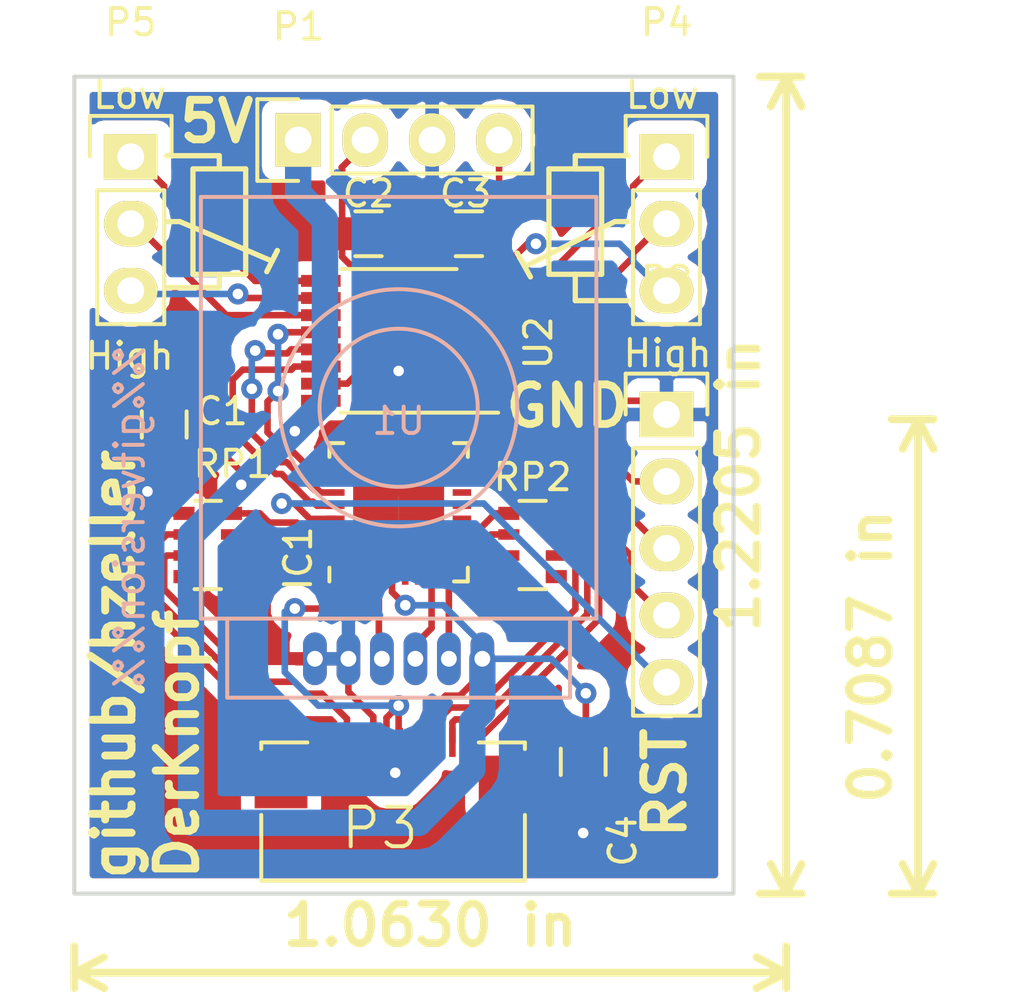
<source format=kicad_pcb>
(kicad_pcb (version 20160815) (host pcbnew "(2016-10-23 revision 4ee344e)-master")

  (general
    (links 60)
    (no_connects 0)
    (area 99.031667 59.9825 142.000001 99.745)
    (thickness 1.6)
    (drawings 42)
    (tracks 286)
    (zones 0)
    (modules 14)
    (nets 34)
  )

  (page A4)
  (layers
    (0 F.Cu signal)
    (31 B.Cu signal)
    (32 B.Adhes user)
    (33 F.Adhes user)
    (34 B.Paste user)
    (35 F.Paste user)
    (36 B.SilkS user)
    (37 F.SilkS user)
    (38 B.Mask user)
    (39 F.Mask user)
    (40 Dwgs.User user)
    (41 Cmts.User user)
    (42 Eco1.User user)
    (43 Eco2.User user)
    (44 Edge.Cuts user)
    (45 Margin user)
    (46 B.CrtYd user)
    (47 F.CrtYd user)
    (48 B.Fab user)
    (49 F.Fab user)
  )

  (setup
    (last_trace_width 0.25)
    (user_trace_width 1)
    (trace_clearance 0.2)
    (zone_clearance 0.508)
    (zone_45_only no)
    (trace_min 0.2)
    (segment_width 0.2)
    (edge_width 0.15)
    (via_size 0.8)
    (via_drill 0.4)
    (via_min_size 0.4)
    (via_min_drill 0.3)
    (uvia_size 0.3)
    (uvia_drill 0.1)
    (uvias_allowed no)
    (uvia_min_size 0.2)
    (uvia_min_drill 0.1)
    (pcb_text_width 0.3)
    (pcb_text_size 1.5 1.5)
    (mod_edge_width 0.15)
    (mod_text_size 1 1)
    (mod_text_width 0.15)
    (pad_size 1.725 1.725)
    (pad_drill 0)
    (pad_to_mask_clearance 0.2)
    (aux_axis_origin 0 0)
    (visible_elements FFFEFF7F)
    (pcbplotparams
      (layerselection 0x00030_ffffffff)
      (usegerberextensions false)
      (excludeedgelayer true)
      (linewidth 0.100000)
      (plotframeref false)
      (viasonmask false)
      (mode 1)
      (useauxorigin false)
      (hpglpennumber 1)
      (hpglpenspeed 20)
      (hpglpendiameter 15)
      (psnegative false)
      (psa4output false)
      (plotreference true)
      (plotvalue true)
      (plotinvisibletext false)
      (padsonsilk false)
      (subtractmaskfromsilk false)
      (outputformat 1)
      (mirror false)
      (drillshape 1)
      (scaleselection 1)
      (outputdirectory ""))
  )

  (net 0 "")
  (net 1 +5V)
  (net 2 GND)
  (net 3 /IR-signal)
  (net 4 "Net-(IC1-Pad9)")
  (net 5 "Net-(IC1-Pad10)")
  (net 6 "Net-(IC1-Pad11)")
  (net 7 "Net-(IC1-Pad30)")
  (net 8 "Net-(IC1-Pad31)")
  (net 9 "Net-(IC1-Pad32)")
  (net 10 V+)
  (net 11 V-)
  (net 12 /D)
  (net 13 /E)
  (net 14 /Button)
  (net 15 /F)
  (net 16 /MOSI)
  (net 17 /MISO)
  (net 18 /SCK)
  (net 19 /QuadA)
  (net 20 /QuadB)
  (net 21 /CE)
  (net 22 /SDA)
  (net 23 /SCL)
  (net 24 /RESET)
  (net 25 /A)
  (net 26 /B)
  (net 27 /C)
  (net 28 /Pot0_H)
  (net 29 /Pot0_W)
  (net 30 /Pot0_L)
  (net 31 /Pot1_L)
  (net 32 /Pot1_W)
  (net 33 /Pot1_H)

  (net_class Default "This is the default net class."
    (clearance 0.2)
    (trace_width 0.25)
    (via_dia 0.8)
    (via_drill 0.4)
    (uvia_dia 0.3)
    (uvia_drill 0.1)
    (diff_pair_gap 0.25)
    (diff_pair_width 0.2)
    (add_net +5V)
    (add_net /A)
    (add_net /B)
    (add_net /Button)
    (add_net /C)
    (add_net /CE)
    (add_net /D)
    (add_net /E)
    (add_net /F)
    (add_net /IR-signal)
    (add_net /MISO)
    (add_net /MOSI)
    (add_net /Pot0_H)
    (add_net /Pot0_L)
    (add_net /Pot0_W)
    (add_net /Pot1_H)
    (add_net /Pot1_L)
    (add_net /Pot1_W)
    (add_net /QuadA)
    (add_net /QuadB)
    (add_net /RESET)
    (add_net /SCK)
    (add_net /SCL)
    (add_net /SDA)
    (add_net GND)
    (add_net "Net-(IC1-Pad10)")
    (add_net "Net-(IC1-Pad11)")
    (add_net "Net-(IC1-Pad30)")
    (add_net "Net-(IC1-Pad31)")
    (add_net "Net-(IC1-Pad32)")
    (add_net "Net-(IC1-Pad9)")
    (add_net V+)
    (add_net V-)
  )

  (net_class thick ""
    (clearance 0.2)
    (trace_width 0.25)
    (via_dia 0.8)
    (via_drill 0.4)
    (uvia_dia 0.3)
    (uvia_drill 0.1)
    (diff_pair_gap 0.25)
    (diff_pair_width 0.2)
  )

  (module knopf:CUI-C14 (layer B.Cu) (tedit 580CF549) (tstamp 580D4D60)
    (at 114.3 75.565 180)
    (path /580D1627)
    (fp_text reference U1 (at 0 -0.5 180) (layer B.SilkS)
      (effects (font (size 1 1) (thickness 0.15)) (justify mirror))
    )
    (fp_text value CUI-C14 (at 0 0.5 180) (layer B.Fab)
      (effects (font (size 1 1) (thickness 0.15)) (justify mirror))
    )
    (fp_line (start -7.5 8) (end 7.5 8) (layer B.SilkS) (width 0.15))
    (fp_line (start 7.5 8) (end 7.5 -8) (layer B.SilkS) (width 0.15))
    (fp_line (start 7.5 -8) (end -7.5 -8) (layer B.SilkS) (width 0.15))
    (fp_line (start -7.5 -8) (end -7.5 8) (layer B.SilkS) (width 0.15))
    (fp_circle (center 0 0) (end 3 0) (layer B.SilkS) (width 0.15))
    (fp_circle (center 0 0) (end 4.5 0) (layer B.SilkS) (width 0.15))
    (fp_line (start -6.5 -8) (end -6.5 -11) (layer B.SilkS) (width 0.15))
    (fp_line (start -6.5 -11) (end 6.5 -11) (layer B.SilkS) (width 0.15))
    (fp_line (start 6.5 -11) (end 6.5 -8) (layer B.SilkS) (width 0.15))
    (pad 4 thru_hole oval (at -0.635 -9.525 180) (size 0.9 2) (drill 0.6) (layers *.Cu *.Mask)
      (net 19 /QuadA))
    (pad 5 thru_hole oval (at -1.905 -9.525 180) (size 0.9 2) (drill 0.6) (layers *.Cu *.Mask)
      (net 20 /QuadB))
    (pad 6 thru_hole oval (at -3.175 -9.525 180) (size 0.9 2) (drill 0.6) (layers *.Cu *.Mask)
      (net 1 +5V))
    (pad 3 thru_hole oval (at 0.635 -9.525 180) (size 0.9 2) (drill 0.6) (layers *.Cu *.Mask)
      (net 14 /Button))
    (pad 2 thru_hole oval (at 1.905 -9.525 180) (size 0.9 2) (drill 0.6) (layers *.Cu *.Mask)
      (net 2 GND))
    (pad 1 thru_hole oval (at 3.175 -9.525 180) (size 0.9 2) (drill 0.6) (layers *.Cu *.Mask)
      (net 2 GND))
  )

  (module Housings_DFN_QFN:QFN-32-1EP_5x5mm_Pitch0.5mm (layer F.Cu) (tedit 580D645A) (tstamp 580D4CE9)
    (at 114.3 79.53 90)
    (descr "UH Package; 32-Lead Plastic QFN (5mm x 5mm); (see Linear Technology QFN_32_05-08-1693.pdf)")
    (tags "QFN 0.5")
    (path /580D16E1)
    (attr smd)
    (fp_text reference IC1 (at -1.75 -3.81 90) (layer F.SilkS)
      (effects (font (size 1 1) (thickness 0.15)))
    )
    (fp_text value ATTINY48-M (at 0 3.75 90) (layer F.Fab)
      (effects (font (size 1 1) (thickness 0.15)))
    )
    (fp_line (start -3 -3) (end -3 3) (layer F.CrtYd) (width 0.05))
    (fp_line (start 3 -3) (end 3 3) (layer F.CrtYd) (width 0.05))
    (fp_line (start -3 -3) (end 3 -3) (layer F.CrtYd) (width 0.05))
    (fp_line (start -3 3) (end 3 3) (layer F.CrtYd) (width 0.05))
    (fp_line (start 2.625 -2.625) (end 2.625 -2.1) (layer F.SilkS) (width 0.15))
    (fp_line (start -2.625 2.625) (end -2.625 2.1) (layer F.SilkS) (width 0.15))
    (fp_line (start 2.625 2.625) (end 2.625 2.1) (layer F.SilkS) (width 0.15))
    (fp_line (start -2.625 -2.625) (end -2.1 -2.625) (layer F.SilkS) (width 0.15))
    (fp_line (start -2.625 2.625) (end -2.1 2.625) (layer F.SilkS) (width 0.15))
    (fp_line (start 2.625 2.625) (end 2.1 2.625) (layer F.SilkS) (width 0.15))
    (fp_line (start 2.625 -2.625) (end 2.1 -2.625) (layer F.SilkS) (width 0.15))
    (pad 1 smd rect (at -2.4 -1.75 90) (size 0.7 0.25) (layers F.Cu F.Paste F.Mask)
      (net 3 /IR-signal))
    (pad 2 smd rect (at -2.4 -1.25 90) (size 0.7 0.25) (layers F.Cu F.Paste F.Mask))
    (pad 3 smd rect (at -2.4 -0.75 90) (size 0.7 0.25) (layers F.Cu F.Paste F.Mask)
      (net 14 /Button))
    (pad 4 smd rect (at -2.4 -0.25 90) (size 0.7 0.25) (layers F.Cu F.Paste F.Mask)
      (net 1 +5V))
    (pad 5 smd rect (at -2.4 0.25 90) (size 0.7 0.25) (layers F.Cu F.Paste F.Mask)
      (net 2 GND))
    (pad 6 smd rect (at -2.4 0.75 90) (size 0.7 0.25) (layers F.Cu F.Paste F.Mask))
    (pad 7 smd rect (at -2.4 1.25 90) (size 0.7 0.25) (layers F.Cu F.Paste F.Mask)
      (net 19 /QuadA))
    (pad 8 smd rect (at -2.4 1.75 90) (size 0.7 0.25) (layers F.Cu F.Paste F.Mask)
      (net 20 /QuadB))
    (pad 9 smd rect (at -1.75 2.4 180) (size 0.7 0.25) (layers F.Cu F.Paste F.Mask)
      (net 4 "Net-(IC1-Pad9)"))
    (pad 10 smd rect (at -1.25 2.4 180) (size 0.7 0.25) (layers F.Cu F.Paste F.Mask)
      (net 5 "Net-(IC1-Pad10)"))
    (pad 11 smd rect (at -0.75 2.4 180) (size 0.7 0.25) (layers F.Cu F.Paste F.Mask)
      (net 6 "Net-(IC1-Pad11)"))
    (pad 12 smd rect (at -0.25 2.4 180) (size 0.7 0.25) (layers F.Cu F.Paste F.Mask))
    (pad 13 smd rect (at 0.25 2.4 180) (size 0.7 0.25) (layers F.Cu F.Paste F.Mask))
    (pad 14 smd rect (at 0.75 2.4 180) (size 0.7 0.25) (layers F.Cu F.Paste F.Mask))
    (pad 15 smd rect (at 1.25 2.4 180) (size 0.7 0.25) (layers F.Cu F.Paste F.Mask)
      (net 16 /MOSI))
    (pad 16 smd rect (at 1.75 2.4 180) (size 0.7 0.25) (layers F.Cu F.Paste F.Mask)
      (net 17 /MISO))
    (pad 17 smd rect (at 2.4 1.75 90) (size 0.7 0.25) (layers F.Cu F.Paste F.Mask)
      (net 18 /SCK))
    (pad 18 smd rect (at 2.4 1.25 90) (size 0.7 0.25) (layers F.Cu F.Paste F.Mask))
    (pad 19 smd rect (at 2.4 0.75 90) (size 0.7 0.25) (layers F.Cu F.Paste F.Mask))
    (pad 20 smd rect (at 2.4 0.25 90) (size 0.7 0.25) (layers F.Cu F.Paste F.Mask))
    (pad 21 smd rect (at 2.4 -0.25 90) (size 0.7 0.25) (layers F.Cu F.Paste F.Mask)
      (net 2 GND))
    (pad 22 smd rect (at 2.4 -0.75 90) (size 0.7 0.25) (layers F.Cu F.Paste F.Mask))
    (pad 23 smd rect (at 2.4 -1.25 90) (size 0.7 0.25) (layers F.Cu F.Paste F.Mask))
    (pad 24 smd rect (at 2.4 -1.75 90) (size 0.7 0.25) (layers F.Cu F.Paste F.Mask))
    (pad 25 smd rect (at 1.75 -2.4 180) (size 0.7 0.25) (layers F.Cu F.Paste F.Mask))
    (pad 26 smd rect (at 1.25 -2.4 180) (size 0.7 0.25) (layers F.Cu F.Paste F.Mask)
      (net 21 /CE))
    (pad 27 smd rect (at 0.75 -2.4 180) (size 0.7 0.25) (layers F.Cu F.Paste F.Mask)
      (net 22 /SDA))
    (pad 28 smd rect (at 0.25 -2.4 180) (size 0.7 0.25) (layers F.Cu F.Paste F.Mask)
      (net 23 /SCL))
    (pad 29 smd rect (at -0.25 -2.4 180) (size 0.7 0.25) (layers F.Cu F.Paste F.Mask)
      (net 24 /RESET))
    (pad 30 smd rect (at -0.75 -2.4 180) (size 0.7 0.25) (layers F.Cu F.Paste F.Mask)
      (net 7 "Net-(IC1-Pad30)"))
    (pad 31 smd rect (at -1.25 -2.4 180) (size 0.7 0.25) (layers F.Cu F.Paste F.Mask)
      (net 8 "Net-(IC1-Pad31)"))
    (pad 32 smd rect (at -1.75 -2.4 180) (size 0.7 0.25) (layers F.Cu F.Paste F.Mask)
      (net 9 "Net-(IC1-Pad32)"))
    (pad 21 smd rect (at 0.8625 0.8625 90) (size 1.725 1.725) (layers F.Cu F.Paste F.Mask)
      (net 2 GND) (solder_paste_margin_ratio -0.2))
    (pad 21 smd rect (at 0.8625 -0.8625 90) (size 1.725 1.725) (layers F.Cu F.Paste F.Mask)
      (net 2 GND) (solder_paste_margin_ratio -0.2))
    (pad 21 smd rect (at -0.8625 0.8625 90) (size 1.725 1.725) (layers F.Cu F.Paste F.Mask)
      (net 2 GND) (solder_paste_margin_ratio -0.2))
    (pad 21 smd rect (at -0.8625 -0.8625 90) (size 1.725 1.725) (layers F.Cu F.Paste F.Mask)
      (net 2 GND) (solder_paste_margin_ratio -0.2))
    (model Housings_DFN_QFN.3dshapes/QFN-32-1EP_5x5mm_Pitch0.5mm.wrl
      (at (xyz 0 0 0))
      (scale (xyz 1 1 1))
      (rotate (xyz 0 0 0))
    )
  )

  (module Pin_Headers:Pin_Header_Straight_1x04 (layer F.Cu) (tedit 0) (tstamp 580D4CFC)
    (at 110.49 65.405 90)
    (descr "Through hole pin header")
    (tags "pin header")
    (path /580D2E0D)
    (fp_text reference P1 (at 4.305 0.01 180) (layer F.SilkS)
      (effects (font (size 1 1) (thickness 0.15)))
    )
    (fp_text value CONN_01X04 (at 0 -3.1 90) (layer F.Fab)
      (effects (font (size 1 1) (thickness 0.15)))
    )
    (fp_line (start -1.75 -1.75) (end -1.75 9.4) (layer F.CrtYd) (width 0.05))
    (fp_line (start 1.75 -1.75) (end 1.75 9.4) (layer F.CrtYd) (width 0.05))
    (fp_line (start -1.75 -1.75) (end 1.75 -1.75) (layer F.CrtYd) (width 0.05))
    (fp_line (start -1.75 9.4) (end 1.75 9.4) (layer F.CrtYd) (width 0.05))
    (fp_line (start -1.27 1.27) (end -1.27 8.89) (layer F.SilkS) (width 0.15))
    (fp_line (start 1.27 1.27) (end 1.27 8.89) (layer F.SilkS) (width 0.15))
    (fp_line (start 1.55 -1.55) (end 1.55 0) (layer F.SilkS) (width 0.15))
    (fp_line (start -1.27 8.89) (end 1.27 8.89) (layer F.SilkS) (width 0.15))
    (fp_line (start 1.27 1.27) (end -1.27 1.27) (layer F.SilkS) (width 0.15))
    (fp_line (start -1.55 0) (end -1.55 -1.55) (layer F.SilkS) (width 0.15))
    (fp_line (start -1.55 -1.55) (end 1.55 -1.55) (layer F.SilkS) (width 0.15))
    (pad 1 thru_hole rect (at 0 0 90) (size 2.032 1.7272) (drill 1.016) (layers *.Cu *.Mask F.SilkS)
      (net 1 +5V))
    (pad 2 thru_hole oval (at 0 2.54 90) (size 2.032 1.7272) (drill 1.016) (layers *.Cu *.Mask F.SilkS)
      (net 10 V+))
    (pad 3 thru_hole oval (at 0 5.08 90) (size 2.032 1.7272) (drill 1.016) (layers *.Cu *.Mask F.SilkS)
      (net 2 GND))
    (pad 4 thru_hole oval (at 0 7.62 90) (size 2.032 1.7272) (drill 1.016) (layers *.Cu *.Mask F.SilkS)
      (net 11 V-))
    (model Pin_Headers.3dshapes/Pin_Header_Straight_1x04.wrl
      (at (xyz 0 -0.15 0))
      (scale (xyz 1 1 1))
      (rotate (xyz 0 0 90))
    )
  )

  (module Pin_Headers:Pin_Header_Straight_1x05 (layer F.Cu) (tedit 54EA0684) (tstamp 580D4D10)
    (at 124.46 75.819)
    (descr "Through hole pin header")
    (tags "pin header")
    (path /580D2FED)
    (fp_text reference P2 (at 0 -5.1) (layer F.SilkS)
      (effects (font (size 1 1) (thickness 0.15)))
    )
    (fp_text value CONN_01X05 (at 0 -3.1) (layer F.Fab)
      (effects (font (size 1 1) (thickness 0.15)))
    )
    (fp_line (start -1.55 0) (end -1.55 -1.55) (layer F.SilkS) (width 0.15))
    (fp_line (start -1.55 -1.55) (end 1.55 -1.55) (layer F.SilkS) (width 0.15))
    (fp_line (start 1.55 -1.55) (end 1.55 0) (layer F.SilkS) (width 0.15))
    (fp_line (start -1.75 -1.75) (end -1.75 11.95) (layer F.CrtYd) (width 0.05))
    (fp_line (start 1.75 -1.75) (end 1.75 11.95) (layer F.CrtYd) (width 0.05))
    (fp_line (start -1.75 -1.75) (end 1.75 -1.75) (layer F.CrtYd) (width 0.05))
    (fp_line (start -1.75 11.95) (end 1.75 11.95) (layer F.CrtYd) (width 0.05))
    (fp_line (start 1.27 1.27) (end 1.27 11.43) (layer F.SilkS) (width 0.15))
    (fp_line (start 1.27 11.43) (end -1.27 11.43) (layer F.SilkS) (width 0.15))
    (fp_line (start -1.27 11.43) (end -1.27 1.27) (layer F.SilkS) (width 0.15))
    (fp_line (start 1.27 1.27) (end -1.27 1.27) (layer F.SilkS) (width 0.15))
    (pad 1 thru_hole rect (at 0 0) (size 2.032 1.7272) (drill 1.016) (layers *.Cu *.Mask F.SilkS)
      (net 2 GND))
    (pad 2 thru_hole oval (at 0 2.54) (size 2.032 1.7272) (drill 1.016) (layers *.Cu *.Mask F.SilkS)
      (net 18 /SCK))
    (pad 3 thru_hole oval (at 0 5.08) (size 2.032 1.7272) (drill 1.016) (layers *.Cu *.Mask F.SilkS)
      (net 17 /MISO))
    (pad 4 thru_hole oval (at 0 7.62) (size 2.032 1.7272) (drill 1.016) (layers *.Cu *.Mask F.SilkS)
      (net 16 /MOSI))
    (pad 5 thru_hole oval (at 0 10.16) (size 2.032 1.7272) (drill 1.016) (layers *.Cu *.Mask F.SilkS)
      (net 24 /RESET))
    (model Pin_Headers.3dshapes/Pin_Header_Straight_1x05.wrl
      (at (xyz 0 -0.2 0))
      (scale (xyz 1 1 1))
      (rotate (xyz 0 0 90))
    )
  )

  (module knopf:FlatFlexConn (layer F.Cu) (tedit 580D4746) (tstamp 580D4D29)
    (at 114.09 88.765)
    (path /580D2D2C)
    (fp_text reference P3 (at -0.5 2.75) (layer F.SilkS)
      (effects (font (size 1.5 1.5) (thickness 0.15)))
    )
    (fp_text value CONN_01X12 (at 0 -3.25) (layer F.Fab)
      (effects (font (size 1.5 1.5) (thickness 0.15)))
    )
    (fp_line (start -5 -0.5) (end -5 -0.25) (layer F.SilkS) (width 0.15))
    (fp_line (start -5 -0.5) (end -3.25 -0.5) (layer F.SilkS) (width 0.15))
    (fp_line (start 3.25 -0.5) (end 5 -0.5) (layer F.SilkS) (width 0.15))
    (fp_line (start 5 -0.5) (end 5 -0.25) (layer F.SilkS) (width 0.15))
    (fp_line (start 5 2.25) (end 5 4.75) (layer F.SilkS) (width 0.15))
    (fp_line (start 5 4.75) (end -5 4.75) (layer F.SilkS) (width 0.15))
    (fp_line (start -5 4.75) (end -5 2.25) (layer F.SilkS) (width 0.15))
    (pad 6 smd rect (at -0.25 -0.5) (size 0.25 1.1) (layers F.Cu F.Paste F.Mask)
      (net 3 /IR-signal))
    (pad 7 smd rect (at 0.25 -0.5) (size 0.25 1.1) (layers F.Cu F.Paste F.Mask)
      (net 3 /IR-signal))
    (pad 5 smd rect (at -0.75 -0.5) (size 0.25 1.1) (layers F.Cu F.Paste F.Mask)
      (net 2 GND))
    (pad 4 smd rect (at -1.25 -0.5) (size 0.25 1.1) (layers F.Cu F.Paste F.Mask)
      (net 1 +5V))
    (pad 3 smd rect (at -1.75 -0.5) (size 0.25 1.1) (layers F.Cu F.Paste F.Mask)
      (net 27 /C))
    (pad 2 smd rect (at -2.25 -0.5) (size 0.25 1.1) (layers F.Cu F.Paste F.Mask)
      (net 26 /B))
    (pad 1 smd rect (at -2.75 -0.5) (size 0.25 1.1) (layers F.Cu F.Paste F.Mask)
      (net 25 /A))
    (pad 8 smd rect (at 0.75 -0.5) (size 0.25 1.1) (layers F.Cu F.Paste F.Mask)
      (net 2 GND))
    (pad 9 smd rect (at 1.25 -0.5) (size 0.25 1.1) (layers F.Cu F.Paste F.Mask)
      (net 1 +5V))
    (pad 10 smd rect (at 1.75 -0.5) (size 0.25 1.1) (layers F.Cu F.Paste F.Mask)
      (net 12 /D))
    (pad 11 smd rect (at 2.25 -0.5) (size 0.25 1.1) (layers F.Cu F.Paste F.Mask)
      (net 13 /E))
    (pad 12 smd rect (at 2.75 -0.5) (size 0.25 1.1) (layers F.Cu F.Paste F.Mask)
      (net 15 /F))
    (pad 13 smd rect (at -4.25 1) (size 2 2) (layers F.Cu F.Paste F.Mask))
    (pad 13 smd rect (at 4.25 1) (size 2 2) (layers F.Cu F.Paste F.Mask))
  )

  (module Pin_Headers:Pin_Header_Straight_1x03 (layer F.Cu) (tedit 0) (tstamp 580D4D3B)
    (at 124.46 66.04)
    (descr "Through hole pin header")
    (tags "pin header")
    (path /580D3FA0)
    (fp_text reference P4 (at 0 -5.1) (layer F.SilkS)
      (effects (font (size 1 1) (thickness 0.15)))
    )
    (fp_text value CONN_01X03 (at 0 -3.1) (layer F.Fab)
      (effects (font (size 1 1) (thickness 0.15)))
    )
    (fp_line (start -1.75 -1.75) (end -1.75 6.85) (layer F.CrtYd) (width 0.05))
    (fp_line (start 1.75 -1.75) (end 1.75 6.85) (layer F.CrtYd) (width 0.05))
    (fp_line (start -1.75 -1.75) (end 1.75 -1.75) (layer F.CrtYd) (width 0.05))
    (fp_line (start -1.75 6.85) (end 1.75 6.85) (layer F.CrtYd) (width 0.05))
    (fp_line (start -1.27 1.27) (end -1.27 6.35) (layer F.SilkS) (width 0.15))
    (fp_line (start -1.27 6.35) (end 1.27 6.35) (layer F.SilkS) (width 0.15))
    (fp_line (start 1.27 6.35) (end 1.27 1.27) (layer F.SilkS) (width 0.15))
    (fp_line (start 1.55 -1.55) (end 1.55 0) (layer F.SilkS) (width 0.15))
    (fp_line (start 1.27 1.27) (end -1.27 1.27) (layer F.SilkS) (width 0.15))
    (fp_line (start -1.55 0) (end -1.55 -1.55) (layer F.SilkS) (width 0.15))
    (fp_line (start -1.55 -1.55) (end 1.55 -1.55) (layer F.SilkS) (width 0.15))
    (pad 1 thru_hole rect (at 0 0) (size 2.032 1.7272) (drill 1.016) (layers *.Cu *.Mask F.SilkS)
      (net 30 /Pot0_L))
    (pad 2 thru_hole oval (at 0 2.54) (size 2.032 1.7272) (drill 1.016) (layers *.Cu *.Mask F.SilkS)
      (net 29 /Pot0_W))
    (pad 3 thru_hole oval (at 0 5.08) (size 2.032 1.7272) (drill 1.016) (layers *.Cu *.Mask F.SilkS)
      (net 28 /Pot0_H))
    (model Pin_Headers.3dshapes/Pin_Header_Straight_1x03.wrl
      (at (xyz 0 -0.1 0))
      (scale (xyz 1 1 1))
      (rotate (xyz 0 0 90))
    )
  )

  (module Pin_Headers:Pin_Header_Straight_1x03 (layer F.Cu) (tedit 0) (tstamp 580D4D4D)
    (at 104.14 66.04)
    (descr "Through hole pin header")
    (tags "pin header")
    (path /580D4080)
    (fp_text reference P5 (at 0 -5.1) (layer F.SilkS)
      (effects (font (size 1 1) (thickness 0.15)))
    )
    (fp_text value CONN_01X03 (at 0 -3.1) (layer F.Fab)
      (effects (font (size 1 1) (thickness 0.15)))
    )
    (fp_line (start -1.55 -1.55) (end 1.55 -1.55) (layer F.SilkS) (width 0.15))
    (fp_line (start -1.55 0) (end -1.55 -1.55) (layer F.SilkS) (width 0.15))
    (fp_line (start 1.27 1.27) (end -1.27 1.27) (layer F.SilkS) (width 0.15))
    (fp_line (start 1.55 -1.55) (end 1.55 0) (layer F.SilkS) (width 0.15))
    (fp_line (start 1.27 6.35) (end 1.27 1.27) (layer F.SilkS) (width 0.15))
    (fp_line (start -1.27 6.35) (end 1.27 6.35) (layer F.SilkS) (width 0.15))
    (fp_line (start -1.27 1.27) (end -1.27 6.35) (layer F.SilkS) (width 0.15))
    (fp_line (start -1.75 6.85) (end 1.75 6.85) (layer F.CrtYd) (width 0.05))
    (fp_line (start -1.75 -1.75) (end 1.75 -1.75) (layer F.CrtYd) (width 0.05))
    (fp_line (start 1.75 -1.75) (end 1.75 6.85) (layer F.CrtYd) (width 0.05))
    (fp_line (start -1.75 -1.75) (end -1.75 6.85) (layer F.CrtYd) (width 0.05))
    (pad 3 thru_hole oval (at 0 5.08) (size 2.032 1.7272) (drill 1.016) (layers *.Cu *.Mask F.SilkS)
      (net 33 /Pot1_H))
    (pad 2 thru_hole oval (at 0 2.54) (size 2.032 1.7272) (drill 1.016) (layers *.Cu *.Mask F.SilkS)
      (net 32 /Pot1_W))
    (pad 1 thru_hole rect (at 0 0) (size 2.032 1.7272) (drill 1.016) (layers *.Cu *.Mask F.SilkS)
      (net 31 /Pot1_L))
    (model Pin_Headers.3dshapes/Pin_Header_Straight_1x03.wrl
      (at (xyz 0 -0.1 0))
      (scale (xyz 1 1 1))
      (rotate (xyz 0 0 90))
    )
  )

  (module Housings_SSOP:TSSOP-16_4.4x5mm_Pitch0.65mm (layer F.Cu) (tedit 54130A77) (tstamp 580D4D7A)
    (at 114.3 73.025 180)
    (descr "16-Lead Plastic Thin Shrink Small Outline (ST)-4.4 mm Body [TSSOP] (see Microchip Packaging Specification 00000049BS.pdf)")
    (tags "SSOP 0.65")
    (path /580D1ED4)
    (attr smd)
    (fp_text reference U2 (at -5.3 -0.075 270) (layer F.SilkS)
      (effects (font (size 1 1) (thickness 0.15)))
    )
    (fp_text value DS1882 (at 0 3.55 180) (layer F.Fab)
      (effects (font (size 1 1) (thickness 0.15)))
    )
    (fp_line (start -3.95 -2.8) (end -3.95 2.8) (layer F.CrtYd) (width 0.05))
    (fp_line (start 3.95 -2.8) (end 3.95 2.8) (layer F.CrtYd) (width 0.05))
    (fp_line (start -3.95 -2.8) (end 3.95 -2.8) (layer F.CrtYd) (width 0.05))
    (fp_line (start -3.95 2.8) (end 3.95 2.8) (layer F.CrtYd) (width 0.05))
    (fp_line (start -2.2 2.725) (end 2.2 2.725) (layer F.SilkS) (width 0.15))
    (fp_line (start -3.775 -2.725) (end 2.2 -2.725) (layer F.SilkS) (width 0.15))
    (pad 1 smd rect (at -2.95 -2.275 180) (size 1.5 0.45) (layers F.Cu F.Paste F.Mask)
      (net 2 GND))
    (pad 2 smd rect (at -2.95 -1.625 180) (size 1.5 0.45) (layers F.Cu F.Paste F.Mask)
      (net 2 GND))
    (pad 3 smd rect (at -2.95 -0.975 180) (size 1.5 0.45) (layers F.Cu F.Paste F.Mask)
      (net 2 GND))
    (pad 4 smd rect (at -2.95 -0.325 180) (size 1.5 0.45) (layers F.Cu F.Paste F.Mask)
      (net 11 V-))
    (pad 5 smd rect (at -2.95 0.325 180) (size 1.5 0.45) (layers F.Cu F.Paste F.Mask)
      (net 2 GND))
    (pad 6 smd rect (at -2.95 0.975 180) (size 1.5 0.45) (layers F.Cu F.Paste F.Mask)
      (net 29 /Pot0_W))
    (pad 7 smd rect (at -2.95 1.625 180) (size 1.5 0.45) (layers F.Cu F.Paste F.Mask)
      (net 30 /Pot0_L))
    (pad 8 smd rect (at -2.95 2.275 180) (size 1.5 0.45) (layers F.Cu F.Paste F.Mask)
      (net 28 /Pot0_H))
    (pad 9 smd rect (at 2.95 2.275 180) (size 1.5 0.45) (layers F.Cu F.Paste F.Mask)
      (net 31 /Pot1_L))
    (pad 10 smd rect (at 2.95 1.625 180) (size 1.5 0.45) (layers F.Cu F.Paste F.Mask)
      (net 33 /Pot1_H))
    (pad 11 smd rect (at 2.95 0.975 180) (size 1.5 0.45) (layers F.Cu F.Paste F.Mask)
      (net 32 /Pot1_W))
    (pad 12 smd rect (at 2.95 0.325 180) (size 1.5 0.45) (layers F.Cu F.Paste F.Mask)
      (net 21 /CE))
    (pad 13 smd rect (at 2.95 -0.325 180) (size 1.5 0.45) (layers F.Cu F.Paste F.Mask)
      (net 22 /SDA))
    (pad 14 smd rect (at 2.95 -0.975 180) (size 1.5 0.45) (layers F.Cu F.Paste F.Mask)
      (net 23 /SCL))
    (pad 15 smd rect (at 2.95 -1.625 180) (size 1.5 0.45) (layers F.Cu F.Paste F.Mask)
      (net 10 V+))
    (pad 16 smd rect (at 2.95 -2.275 180) (size 1.5 0.45) (layers F.Cu F.Paste F.Mask)
      (net 1 +5V))
    (model Housings_SSOP.3dshapes/TSSOP-16_4.4x5mm_Pitch0.65mm.wrl
      (at (xyz 0 0 0))
      (scale (xyz 1 1 1))
      (rotate (xyz 0 0 0))
    )
  )

  (module Capacitors_SMD:C_0805 (layer F.Cu) (tedit 5415D6EA) (tstamp 580D7F04)
    (at 105.41 76.2 270)
    (descr "Capacitor SMD 0805, reflow soldering, AVX (see smccp.pdf)")
    (tags "capacitor 0805")
    (path /580D3923)
    (attr smd)
    (fp_text reference C1 (at -0.5 -2.19) (layer F.SilkS)
      (effects (font (size 1 1) (thickness 0.15)))
    )
    (fp_text value 100n (at 0 2.1 270) (layer F.Fab)
      (effects (font (size 1 1) (thickness 0.15)))
    )
    (fp_line (start -1.8 -1) (end 1.8 -1) (layer F.CrtYd) (width 0.05))
    (fp_line (start -1.8 1) (end 1.8 1) (layer F.CrtYd) (width 0.05))
    (fp_line (start -1.8 -1) (end -1.8 1) (layer F.CrtYd) (width 0.05))
    (fp_line (start 1.8 -1) (end 1.8 1) (layer F.CrtYd) (width 0.05))
    (fp_line (start 0.5 -0.85) (end -0.5 -0.85) (layer F.SilkS) (width 0.15))
    (fp_line (start -0.5 0.85) (end 0.5 0.85) (layer F.SilkS) (width 0.15))
    (pad 1 smd rect (at -1 0 270) (size 1 1.25) (layers F.Cu F.Paste F.Mask)
      (net 1 +5V))
    (pad 2 smd rect (at 1 0 270) (size 1 1.25) (layers F.Cu F.Paste F.Mask)
      (net 2 GND))
    (model Capacitors_SMD.3dshapes/C_0805.wrl
      (at (xyz 0 0 0))
      (scale (xyz 1 1 1))
      (rotate (xyz 0 0 0))
    )
  )

  (module Capacitors_SMD:C_0805 (layer F.Cu) (tedit 5415D6EA) (tstamp 580D7F10)
    (at 113.157 68.961)
    (descr "Capacitor SMD 0805, reflow soldering, AVX (see smccp.pdf)")
    (tags "capacitor 0805")
    (path /580D394B)
    (attr smd)
    (fp_text reference C2 (at 0 -1.524) (layer F.SilkS)
      (effects (font (size 1 1) (thickness 0.15)))
    )
    (fp_text value 100n (at 0 2.1) (layer F.Fab)
      (effects (font (size 1 1) (thickness 0.15)))
    )
    (fp_line (start -0.5 0.85) (end 0.5 0.85) (layer F.SilkS) (width 0.15))
    (fp_line (start 0.5 -0.85) (end -0.5 -0.85) (layer F.SilkS) (width 0.15))
    (fp_line (start 1.8 -1) (end 1.8 1) (layer F.CrtYd) (width 0.05))
    (fp_line (start -1.8 -1) (end -1.8 1) (layer F.CrtYd) (width 0.05))
    (fp_line (start -1.8 1) (end 1.8 1) (layer F.CrtYd) (width 0.05))
    (fp_line (start -1.8 -1) (end 1.8 -1) (layer F.CrtYd) (width 0.05))
    (pad 2 smd rect (at 1 0) (size 1 1.25) (layers F.Cu F.Paste F.Mask)
      (net 2 GND))
    (pad 1 smd rect (at -1 0) (size 1 1.25) (layers F.Cu F.Paste F.Mask)
      (net 10 V+))
    (model Capacitors_SMD.3dshapes/C_0805.wrl
      (at (xyz 0 0 0))
      (scale (xyz 1 1 1))
      (rotate (xyz 0 0 0))
    )
  )

  (module Capacitors_SMD:C_0805 (layer F.Cu) (tedit 5415D6EA) (tstamp 580D7F1C)
    (at 116.967 68.961 180)
    (descr "Capacitor SMD 0805, reflow soldering, AVX (see smccp.pdf)")
    (tags "capacitor 0805")
    (path /580D3ABA)
    (attr smd)
    (fp_text reference C3 (at 0.127 1.524 180) (layer F.SilkS)
      (effects (font (size 1 1) (thickness 0.15)))
    )
    (fp_text value 100n (at 0 2.1 180) (layer F.Fab)
      (effects (font (size 1 1) (thickness 0.15)))
    )
    (fp_line (start -1.8 -1) (end 1.8 -1) (layer F.CrtYd) (width 0.05))
    (fp_line (start -1.8 1) (end 1.8 1) (layer F.CrtYd) (width 0.05))
    (fp_line (start -1.8 -1) (end -1.8 1) (layer F.CrtYd) (width 0.05))
    (fp_line (start 1.8 -1) (end 1.8 1) (layer F.CrtYd) (width 0.05))
    (fp_line (start 0.5 -0.85) (end -0.5 -0.85) (layer F.SilkS) (width 0.15))
    (fp_line (start -0.5 0.85) (end 0.5 0.85) (layer F.SilkS) (width 0.15))
    (pad 1 smd rect (at -1 0 180) (size 1 1.25) (layers F.Cu F.Paste F.Mask)
      (net 11 V-))
    (pad 2 smd rect (at 1 0 180) (size 1 1.25) (layers F.Cu F.Paste F.Mask)
      (net 2 GND))
    (model Capacitors_SMD.3dshapes/C_0805.wrl
      (at (xyz 0 0 0))
      (scale (xyz 1 1 1))
      (rotate (xyz 0 0 0))
    )
  )

  (module Resistors_SMD:R_Array_Convex_4x0603 (layer F.Cu) (tedit 545388FD) (tstamp 580D914C)
    (at 107.061 80.772)
    (descr "Chip Resistor Network, ROHM MNR14 (see mnr_g.pdf)")
    (tags "resistor array")
    (path /580D6A48)
    (attr smd)
    (fp_text reference RP1 (at 0.939 -3.072) (layer F.SilkS)
      (effects (font (size 1 1) (thickness 0.15)))
    )
    (fp_text value R_PACK4 (at 0 2.8) (layer F.Fab)
      (effects (font (size 1 1) (thickness 0.15)))
    )
    (fp_line (start 0.5 -1.675) (end -0.5 -1.675) (layer F.SilkS) (width 0.15))
    (fp_line (start 0.5 1.675) (end -0.5 1.675) (layer F.SilkS) (width 0.15))
    (fp_line (start 1.55 -1.8) (end 1.55 1.8) (layer F.CrtYd) (width 0.05))
    (fp_line (start -1.55 -1.8) (end -1.55 1.8) (layer F.CrtYd) (width 0.05))
    (fp_line (start -1.55 1.8) (end 1.55 1.8) (layer F.CrtYd) (width 0.05))
    (fp_line (start -1.55 -1.8) (end 1.55 -1.8) (layer F.CrtYd) (width 0.05))
    (pad 5 smd rect (at 0.9 1.2) (size 0.8 0.5) (layers F.Cu F.Paste F.Mask))
    (pad 6 smd rect (at 0.9 0.4) (size 0.8 0.4) (layers F.Cu F.Paste F.Mask)
      (net 9 "Net-(IC1-Pad32)"))
    (pad 8 smd rect (at 0.9 -1.2) (size 0.8 0.5) (layers F.Cu F.Paste F.Mask)
      (net 7 "Net-(IC1-Pad30)"))
    (pad 7 smd rect (at 0.9 -0.4) (size 0.8 0.4) (layers F.Cu F.Paste F.Mask)
      (net 8 "Net-(IC1-Pad31)"))
    (pad 4 smd rect (at -0.9 1.2) (size 0.8 0.5) (layers F.Cu F.Paste F.Mask))
    (pad 2 smd rect (at -0.9 -0.4) (size 0.8 0.4) (layers F.Cu F.Paste F.Mask)
      (net 26 /B))
    (pad 3 smd rect (at -0.9 0.4) (size 0.8 0.4) (layers F.Cu F.Paste F.Mask)
      (net 27 /C))
    (pad 1 smd rect (at -0.9 -1.2) (size 0.8 0.5) (layers F.Cu F.Paste F.Mask)
      (net 25 /A))
    (model Resistors_SMD.3dshapes/R_Array_Convex_4x0603.wrl
      (at (xyz 0 0 0))
      (scale (xyz 1 1 1))
      (rotate (xyz 0 0 0))
    )
  )

  (module Resistors_SMD:R_Array_Convex_4x0603 (layer F.Cu) (tedit 545388FD) (tstamp 580D915D)
    (at 119.38 80.772 180)
    (descr "Chip Resistor Network, ROHM MNR14 (see mnr_g.pdf)")
    (tags "resistor array")
    (path /580D65E5)
    (attr smd)
    (fp_text reference RP2 (at 0 2.572 180) (layer F.SilkS)
      (effects (font (size 1 1) (thickness 0.15)))
    )
    (fp_text value R_PACK4 (at 0 2.8 180) (layer F.Fab)
      (effects (font (size 1 1) (thickness 0.15)))
    )
    (fp_line (start -1.55 -1.8) (end 1.55 -1.8) (layer F.CrtYd) (width 0.05))
    (fp_line (start -1.55 1.8) (end 1.55 1.8) (layer F.CrtYd) (width 0.05))
    (fp_line (start -1.55 -1.8) (end -1.55 1.8) (layer F.CrtYd) (width 0.05))
    (fp_line (start 1.55 -1.8) (end 1.55 1.8) (layer F.CrtYd) (width 0.05))
    (fp_line (start 0.5 1.675) (end -0.5 1.675) (layer F.SilkS) (width 0.15))
    (fp_line (start 0.5 -1.675) (end -0.5 -1.675) (layer F.SilkS) (width 0.15))
    (pad 1 smd rect (at -0.9 -1.2 180) (size 0.8 0.5) (layers F.Cu F.Paste F.Mask))
    (pad 3 smd rect (at -0.9 0.4 180) (size 0.8 0.4) (layers F.Cu F.Paste F.Mask)
      (net 13 /E))
    (pad 2 smd rect (at -0.9 -0.4 180) (size 0.8 0.4) (layers F.Cu F.Paste F.Mask)
      (net 12 /D))
    (pad 4 smd rect (at -0.9 1.2 180) (size 0.8 0.5) (layers F.Cu F.Paste F.Mask)
      (net 15 /F))
    (pad 7 smd rect (at 0.9 -0.4 180) (size 0.8 0.4) (layers F.Cu F.Paste F.Mask)
      (net 4 "Net-(IC1-Pad9)"))
    (pad 8 smd rect (at 0.9 -1.2 180) (size 0.8 0.5) (layers F.Cu F.Paste F.Mask))
    (pad 6 smd rect (at 0.9 0.4 180) (size 0.8 0.4) (layers F.Cu F.Paste F.Mask)
      (net 5 "Net-(IC1-Pad10)"))
    (pad 5 smd rect (at 0.9 1.2 180) (size 0.8 0.5) (layers F.Cu F.Paste F.Mask)
      (net 6 "Net-(IC1-Pad11)"))
    (model Resistors_SMD.3dshapes/R_Array_Convex_4x0603.wrl
      (at (xyz 0 0 0))
      (scale (xyz 1 1 1))
      (rotate (xyz 0 0 0))
    )
  )

  (module Capacitors_SMD:C_0805 (layer F.Cu) (tedit 5415D6EA) (tstamp 580D76D4)
    (at 121.3 89 270)
    (descr "Capacitor SMD 0805, reflow soldering, AVX (see smccp.pdf)")
    (tags "capacitor 0805")
    (path /580D70E7)
    (attr smd)
    (fp_text reference C4 (at 3 -1.5 270) (layer F.SilkS)
      (effects (font (size 1 1) (thickness 0.15)))
    )
    (fp_text value 100n (at 0 2.1 270) (layer F.Fab)
      (effects (font (size 1 1) (thickness 0.15)))
    )
    (fp_line (start -1.8 -1) (end 1.8 -1) (layer F.CrtYd) (width 0.05))
    (fp_line (start -1.8 1) (end 1.8 1) (layer F.CrtYd) (width 0.05))
    (fp_line (start -1.8 -1) (end -1.8 1) (layer F.CrtYd) (width 0.05))
    (fp_line (start 1.8 -1) (end 1.8 1) (layer F.CrtYd) (width 0.05))
    (fp_line (start 0.5 -0.85) (end -0.5 -0.85) (layer F.SilkS) (width 0.15))
    (fp_line (start -0.5 0.85) (end 0.5 0.85) (layer F.SilkS) (width 0.15))
    (pad 1 smd rect (at -1 0 270) (size 1 1.25) (layers F.Cu F.Paste F.Mask)
      (net 1 +5V))
    (pad 2 smd rect (at 1 0 270) (size 1 1.25) (layers F.Cu F.Paste F.Mask)
      (net 2 GND))
    (model Capacitors_SMD.3dshapes/C_0805.wrl
      (at (xyz 0 0 0))
      (scale (xyz 1 1 1))
      (rotate (xyz 0 0 0))
    )
  )

  (gr_text %%gitversion%% (at 104.1 73.1 90) (layer B.SilkS)
    (effects (font (size 1.1 1.1) (thickness 0.15)) (justify left mirror))
  )
  (gr_text "github/hzeller\nDerKnopf" (at 104.7 93.6 90) (layer F.SilkS)
    (effects (font (size 1.5 1.5) (thickness 0.3)) (justify left))
  )
  (gr_text High (at 104.1 73.6) (layer F.SilkS) (tstamp 580D7799)
    (effects (font (size 1 1) (thickness 0.15)))
  )
  (gr_text High (at 124.5 73.5) (layer F.SilkS) (tstamp 580D778B)
    (effects (font (size 1 1) (thickness 0.15)))
  )
  (gr_text Low (at 124.3 63.7) (layer F.SilkS) (tstamp 580D7785)
    (effects (font (size 1 1) (thickness 0.15)))
  )
  (gr_text Low (at 104.1 63.7) (layer F.SilkS)
    (effects (font (size 1 1) (thickness 0.15)))
  )
  (gr_text 5V (at 107.4 64.7) (layer F.SilkS)
    (effects (font (size 1.5 1.5) (thickness 0.3)))
  )
  (gr_text RST (at 124.4 89.8 90) (layer F.SilkS)
    (effects (font (size 1.5 1.5) (thickness 0.3)))
  )
  (gr_text GND (at 120.7 75.5) (layer F.SilkS)
    (effects (font (size 1.5 1.5) (thickness 0.3)))
  )
  (gr_line (start 118.8 69.7) (end 119.3 70.6) (layer F.SilkS) (width 0.2))
  (gr_line (start 119.1 70.2) (end 118.8 69.7) (layer F.SilkS) (width 0.2))
  (gr_line (start 119.5 70) (end 119.1 70.2) (layer F.SilkS) (width 0.2))
  (gr_line (start 109.7 69.6) (end 109.3 70.4) (layer F.SilkS) (width 0.2))
  (gr_line (start 109.5 70) (end 109.7 69.6) (layer F.SilkS) (width 0.2))
  (gr_line (start 122.5 68.5) (end 119.5 70) (layer F.SilkS) (width 0.2))
  (gr_line (start 123 68.5) (end 122.5 68.5) (layer F.SilkS) (width 0.2))
  (gr_line (start 121 71.5) (end 123 71.5) (layer F.SilkS) (width 0.2))
  (gr_line (start 121 70.5) (end 121 71.5) (layer F.SilkS) (width 0.2))
  (gr_line (start 121 66) (end 123 66) (layer F.SilkS) (width 0.2))
  (gr_line (start 121 66.5) (end 121 66) (layer F.SilkS) (width 0.2))
  (gr_line (start 122 66.5) (end 121 66.5) (layer F.SilkS) (width 0.2))
  (gr_line (start 122 70.5) (end 122 66.5) (layer F.SilkS) (width 0.2))
  (gr_line (start 120 70.5) (end 122 70.5) (layer F.SilkS) (width 0.2))
  (gr_line (start 120 66.5) (end 120 70.5) (layer F.SilkS) (width 0.2))
  (gr_line (start 122 66.5) (end 120 66.5) (layer F.SilkS) (width 0.2))
  (gr_line (start 106 68.5) (end 109.5 70) (layer F.SilkS) (width 0.2))
  (gr_line (start 105.5 68.5) (end 106 68.5) (layer F.SilkS) (width 0.2))
  (gr_line (start 107.5 71) (end 105.5 71) (layer F.SilkS) (width 0.2))
  (gr_line (start 107.5 70.5) (end 107.5 71) (layer F.SilkS) (width 0.2))
  (gr_line (start 107.5 66) (end 105.5 66) (layer F.SilkS) (width 0.2))
  (gr_line (start 107.5 66.5) (end 107.5 66) (layer F.SilkS) (width 0.2))
  (gr_line (start 106.5 70.5) (end 106.5 66.5) (layer F.SilkS) (width 0.2))
  (gr_line (start 108.5 70.5) (end 106.5 70.5) (layer F.SilkS) (width 0.2))
  (gr_line (start 108.5 66.5) (end 108.5 70.5) (layer F.SilkS) (width 0.2))
  (gr_line (start 106.5 66.5) (end 108.5 66.5) (layer F.SilkS) (width 0.2))
  (dimension 18 (width 0.3) (layer F.SilkS)
    (gr_text "18.000 mm" (at 135.35 85 270) (layer F.SilkS) (tstamp 580D7B04)
      (effects (font (size 1.5 1.5) (thickness 0.3)))
    )
    (feature1 (pts (xy 133 94) (xy 136.7 94)))
    (feature2 (pts (xy 133 76) (xy 136.7 76)))
    (crossbar (pts (xy 134 76) (xy 134 94)))
    (arrow1a (pts (xy 134 94) (xy 133.413579 92.873496)))
    (arrow1b (pts (xy 134 94) (xy 134.586421 92.873496)))
    (arrow2a (pts (xy 134 76) (xy 133.413579 77.126504)))
    (arrow2b (pts (xy 134 76) (xy 134.586421 77.126504)))
  )
  (dimension 31 (width 0.3) (layer F.SilkS)
    (gr_text "31.000 mm" (at 130.35 78.5 270) (layer F.SilkS) (tstamp 580D7B05)
      (effects (font (size 1.5 1.5) (thickness 0.3)))
    )
    (feature1 (pts (xy 128 94) (xy 131.7 94)))
    (feature2 (pts (xy 128 63) (xy 131.7 63)))
    (crossbar (pts (xy 129 63) (xy 129 94)))
    (arrow1a (pts (xy 129 94) (xy 128.413579 92.873496)))
    (arrow1b (pts (xy 129 94) (xy 129.586421 92.873496)))
    (arrow2a (pts (xy 129 63) (xy 128.413579 64.126504)))
    (arrow2b (pts (xy 129 63) (xy 129.586421 64.126504)))
  )
  (dimension 27 (width 0.3) (layer F.SilkS)
    (gr_text "27.000 mm" (at 115.5 98.349999) (layer F.SilkS) (tstamp 580D7B06)
      (effects (font (size 1.5 1.5) (thickness 0.3)))
    )
    (feature1 (pts (xy 129 96) (xy 129 99.699999)))
    (feature2 (pts (xy 102 96) (xy 102 99.699999)))
    (crossbar (pts (xy 102 96.999999) (xy 129 96.999999)))
    (arrow1a (pts (xy 129 96.999999) (xy 127.873496 97.58642)))
    (arrow1b (pts (xy 129 96.999999) (xy 127.873496 96.413578)))
    (arrow2a (pts (xy 102 96.999999) (xy 103.126504 97.58642)))
    (arrow2b (pts (xy 102 96.999999) (xy 103.126504 96.413578)))
  )
  (gr_line (start 102 94) (end 102 63) (layer Edge.Cuts) (width 0.15))
  (gr_line (start 127 94) (end 102 94) (layer Edge.Cuts) (width 0.15))
  (gr_line (start 127 63) (end 127 94) (layer Edge.Cuts) (width 0.15))
  (gr_line (start 102 63) (end 127 63) (layer Edge.Cuts) (width 0.15))

  (segment (start 121.4 86.4) (end 121.4 87.9) (width 0.25) (layer F.Cu) (net 1))
  (segment (start 121.4 87.9) (end 121.3 88) (width 0.25) (layer F.Cu) (net 1))
  (segment (start 117.475 85.09) (end 120.09 85.09) (width 0.25) (layer B.Cu) (net 1))
  (segment (start 120.09 85.09) (end 121.4 86.4) (width 0.25) (layer B.Cu) (net 1))
  (via (at 121.4 86.4) (size 0.8) (drill 0.4) (layers F.Cu B.Cu) (net 1))
  (segment (start 106.426 80.391) (end 108.331 78.486) (width 1) (layer B.Cu) (net 1))
  (segment (start 108.331 78.486) (end 110.363 76.454) (width 1) (layer B.Cu) (net 1))
  (segment (start 105.41 75.2) (end 105.535 75.2) (width 0.25) (layer F.Cu) (net 1))
  (segment (start 105.535 75.2) (end 108.331 77.996) (width 0.25) (layer F.Cu) (net 1))
  (segment (start 108.331 77.996) (end 108.331 78.486) (width 0.25) (layer F.Cu) (net 1))
  (via (at 108.331 78.486) (size 0.8) (drill 0.4) (layers F.Cu B.Cu) (net 1))
  (segment (start 111.35 75.3) (end 111.35 75.467) (width 0.25) (layer F.Cu) (net 1))
  (segment (start 111.35 75.467) (end 110.363 76.454) (width 0.25) (layer F.Cu) (net 1))
  (segment (start 111.506 68.437) (end 111.506 75.311) (width 1) (layer B.Cu) (net 1))
  (segment (start 111.506 75.311) (end 110.363 76.454) (width 1) (layer B.Cu) (net 1))
  (segment (start 110.49 65.405) (end 110.49 67.421) (width 1) (layer B.Cu) (net 1))
  (segment (start 110.49 67.421) (end 111.506 68.437) (width 1) (layer B.Cu) (net 1))
  (via (at 110.363 76.454) (size 0.8) (drill 0.4) (layers F.Cu B.Cu) (net 1))
  (segment (start 106.426 91.313) (end 106.426 80.391) (width 1) (layer B.Cu) (net 1))
  (segment (start 115.062 91.313) (end 106.426 91.313) (width 1) (layer B.Cu) (net 1))
  (segment (start 117.094 89.281) (end 115.062 91.313) (width 1) (layer B.Cu) (net 1))
  (segment (start 117.094 87.471) (end 117.094 89.281) (width 1) (layer B.Cu) (net 1))
  (segment (start 117.475 85.09) (end 117.475 87.09) (width 1) (layer B.Cu) (net 1))
  (segment (start 117.475 87.09) (end 117.094 87.471) (width 1) (layer B.Cu) (net 1))
  (segment (start 115.34 87.23218) (end 115.34 87.465) (width 0.25) (layer F.Cu) (net 1))
  (segment (start 116.625019 86.489979) (end 116.082198 86.48998) (width 0.25) (layer F.Cu) (net 1))
  (segment (start 115.34 87.465) (end 115.34 88.265) (width 0.25) (layer F.Cu) (net 1))
  (segment (start 117.475 85.64) (end 116.625019 86.489979) (width 0.25) (layer F.Cu) (net 1))
  (segment (start 117.475 85.09) (end 117.475 85.64) (width 0.25) (layer F.Cu) (net 1))
  (segment (start 116.082198 86.48998) (end 115.34 87.23218) (width 0.25) (layer F.Cu) (net 1))
  (segment (start 114.554 83.058) (end 115.993 83.058) (width 0.25) (layer B.Cu) (net 1))
  (segment (start 115.993 83.058) (end 117.475 84.54) (width 0.25) (layer B.Cu) (net 1))
  (segment (start 117.475 84.54) (end 117.475 85.09) (width 0.25) (layer B.Cu) (net 1))
  (segment (start 114.05 81.93) (end 114.05 82.554) (width 0.25) (layer F.Cu) (net 1))
  (segment (start 114.05 82.554) (end 114.554 83.058) (width 0.25) (layer F.Cu) (net 1))
  (via (at 114.554 83.058) (size 0.8) (drill 0.4) (layers F.Cu B.Cu) (net 1))
  (segment (start 115.34 89.065) (end 115.34 88.265) (width 0.25) (layer F.Cu) (net 1))
  (segment (start 114.520613 90.138505) (end 115.34 89.319118) (width 0.25) (layer F.Cu) (net 1))
  (segment (start 115.34 89.319118) (end 115.34 89.065) (width 0.25) (layer F.Cu) (net 1))
  (segment (start 113.817092 90.138505) (end 114.520613 90.138505) (width 0.25) (layer F.Cu) (net 1))
  (segment (start 112.84 88.265) (end 112.84 89.161413) (width 0.25) (layer F.Cu) (net 1))
  (segment (start 112.84 89.161413) (end 113.817092 90.138505) (width 0.25) (layer F.Cu) (net 1))
  (segment (start 121.3 90) (end 121.3 91.7) (width 0.25) (layer F.Cu) (net 2))
  (via (at 121.3 91.7) (size 0.8) (drill 0.4) (layers F.Cu B.Cu) (net 2))
  (segment (start 105.41 77.2) (end 105.41 78.105) (width 0.25) (layer F.Cu) (net 2))
  (segment (start 105.41 78.105) (end 104.775 78.74) (width 0.25) (layer F.Cu) (net 2))
  (via (at 104.775 78.74) (size 0.8) (drill 0.4) (layers F.Cu B.Cu) (net 2))
  (segment (start 114.3 74.168) (end 114.554 74.422) (width 0.25) (layer B.Cu) (net 2))
  (segment (start 114.39 74) (end 114.39 74.078) (width 0.25) (layer F.Cu) (net 2))
  (segment (start 114.39 74.078) (end 114.3 74.168) (width 0.25) (layer F.Cu) (net 2))
  (via (at 114.3 74.168) (size 0.8) (drill 0.4) (layers F.Cu B.Cu) (net 2))
  (segment (start 114.05 73.66) (end 114.05 69.068) (width 0.25) (layer F.Cu) (net 2))
  (segment (start 114.05 77.13) (end 114.05 73.66) (width 0.25) (layer F.Cu) (net 2))
  (segment (start 114.05 73.66) (end 114.39 74) (width 0.25) (layer F.Cu) (net 2))
  (segment (start 114.39 74) (end 117.25 74) (width 0.25) (layer F.Cu) (net 2))
  (segment (start 114.05 69.068) (end 114.157 68.961) (width 0.25) (layer F.Cu) (net 2))
  (segment (start 117.25 75.3) (end 118.618 75.3) (width 0.25) (layer F.Cu) (net 2))
  (segment (start 118.618 75.3) (end 123.941 75.3) (width 0.25) (layer F.Cu) (net 2))
  (segment (start 117.25 72.7) (end 118.25 72.7) (width 0.25) (layer F.Cu) (net 2))
  (segment (start 118.25 72.7) (end 118.618 73.068) (width 0.25) (layer F.Cu) (net 2))
  (segment (start 118.618 73.068) (end 118.618 75.3) (width 0.25) (layer F.Cu) (net 2))
  (segment (start 123.941 75.3) (end 124.46 75.819) (width 0.25) (layer F.Cu) (net 2))
  (segment (start 117.25 74.65) (end 117.25 75.3) (width 0.25) (layer F.Cu) (net 2))
  (segment (start 117.25 74) (end 117.25 74.65) (width 0.25) (layer F.Cu) (net 2))
  (segment (start 115.57 65.405) (end 115.57 68.564) (width 0.25) (layer F.Cu) (net 2))
  (segment (start 115.57 68.564) (end 115.967 68.961) (width 0.25) (layer F.Cu) (net 2))
  (segment (start 114.157 68.961) (end 115.967 68.961) (width 0.25) (layer F.Cu) (net 2))
  (segment (start 114.05 77.13) (end 114.05 78.055) (width 0.25) (layer F.Cu) (net 2))
  (segment (start 114.05 78.055) (end 113.4375 78.6675) (width 0.25) (layer F.Cu) (net 2))
  (segment (start 114.55 81.93) (end 114.55 81.005) (width 0.25) (layer F.Cu) (net 2))
  (segment (start 114.55 81.005) (end 115.1625 80.3925) (width 0.25) (layer F.Cu) (net 2))
  (segment (start 114.173 89.140001) (end 114.173 89.413114) (width 0.25) (layer F.Cu) (net 2))
  (segment (start 114.173 89.140001) (end 114.725001 89.140001) (width 0.25) (layer F.Cu) (net 2))
  (segment (start 113.454999 89.140001) (end 114.173 89.140001) (width 0.25) (layer F.Cu) (net 2))
  (segment (start 114.173 89.413114) (end 114.172611 89.413503) (width 0.25) (layer F.Cu) (net 2))
  (via (at 114.172611 89.413503) (size 0.8) (drill 0.4) (layers F.Cu B.Cu) (net 2))
  (segment (start 112.395 85.09) (end 112.395 84.54) (width 0.25) (layer F.Cu) (net 2))
  (segment (start 111.125 85.09) (end 112.395 85.09) (width 0.25) (layer F.Cu) (net 2))
  (segment (start 112.395 85.09) (end 112.395 86.34) (width 0.25) (layer F.Cu) (net 2))
  (segment (start 112.395 86.34) (end 113.34 87.285) (width 0.25) (layer F.Cu) (net 2))
  (segment (start 113.34 87.285) (end 113.34 87.465) (width 0.25) (layer F.Cu) (net 2))
  (segment (start 113.34 87.465) (end 113.34 88.265) (width 0.25) (layer F.Cu) (net 2))
  (segment (start 114.84 89.025002) (end 114.84 88.265) (width 0.25) (layer F.Cu) (net 2))
  (segment (start 114.725001 89.140001) (end 114.84 89.025002) (width 0.25) (layer F.Cu) (net 2))
  (segment (start 113.34 88.265) (end 113.389999 88.314999) (width 0.25) (layer F.Cu) (net 2))
  (segment (start 113.389999 88.314999) (end 113.389999 89.075001) (width 0.25) (layer F.Cu) (net 2))
  (segment (start 113.389999 89.075001) (end 113.454999 89.140001) (width 0.25) (layer F.Cu) (net 2))
  (segment (start 112.395 83.185) (end 112.55 83.03) (width 0.25) (layer F.Cu) (net 3))
  (segment (start 112.55 83.03) (end 112.55 81.93) (width 0.25) (layer F.Cu) (net 3))
  (segment (start 110.363 83.185) (end 112.395 83.185) (width 0.25) (layer F.Cu) (net 3))
  (segment (start 109.982 83.312) (end 110.236 83.312) (width 0.25) (layer B.Cu) (net 3))
  (segment (start 110.236 83.312) (end 110.363 83.185) (width 0.25) (layer B.Cu) (net 3))
  (via (at 110.363 83.185) (size 0.8) (drill 0.4) (layers F.Cu B.Cu) (net 3))
  (segment (start 113.84 88.265) (end 113.84 87.328) (width 0.25) (layer F.Cu) (net 3))
  (segment (start 113.84 87.328) (end 114.3 86.868) (width 0.25) (layer F.Cu) (net 3))
  (segment (start 114.3 86.868) (end 114.3 88.225) (width 0.25) (layer F.Cu) (net 3))
  (segment (start 114.3 88.225) (end 114.34 88.265) (width 0.25) (layer F.Cu) (net 3))
  (segment (start 109.982 85.593029) (end 111.256971 86.868) (width 0.25) (layer B.Cu) (net 3))
  (segment (start 111.256971 86.868) (end 114.3 86.868) (width 0.25) (layer B.Cu) (net 3))
  (via (at 114.3 86.868) (size 0.8) (drill 0.4) (layers F.Cu B.Cu) (net 3))
  (segment (start 109.982 83.312) (end 109.982 85.593029) (width 0.25) (layer B.Cu) (net 3))
  (segment (start 118.48 81.172) (end 118.372 81.28) (width 0.25) (layer F.Cu) (net 4))
  (segment (start 118.372 81.28) (end 116.7 81.28) (width 0.25) (layer F.Cu) (net 4))
  (segment (start 117.804413 80.372) (end 117.396413 80.78) (width 0.25) (layer F.Cu) (net 5))
  (segment (start 118.48 80.372) (end 117.804413 80.372) (width 0.25) (layer F.Cu) (net 5))
  (segment (start 117.3 80.78) (end 116.7 80.78) (width 0.25) (layer F.Cu) (net 5))
  (segment (start 117.396413 80.78) (end 117.3 80.78) (width 0.25) (layer F.Cu) (net 5))
  (segment (start 117.260003 80.28) (end 116.7 80.28) (width 0.25) (layer F.Cu) (net 6))
  (segment (start 117.968003 79.572) (end 117.260003 80.28) (width 0.25) (layer F.Cu) (net 6))
  (segment (start 118.48 79.572) (end 117.968003 79.572) (width 0.25) (layer F.Cu) (net 6))
  (segment (start 109.03741 79.572) (end 108.611 79.572) (width 0.25) (layer F.Cu) (net 7))
  (segment (start 110.436343 79.921989) (end 109.387399 79.921989) (width 0.25) (layer F.Cu) (net 7))
  (segment (start 108.611 79.572) (end 107.961 79.572) (width 0.25) (layer F.Cu) (net 7))
  (segment (start 110.794353 80.28) (end 110.436343 79.921989) (width 0.25) (layer F.Cu) (net 7))
  (segment (start 111.9 80.28) (end 110.794353 80.28) (width 0.25) (layer F.Cu) (net 7))
  (segment (start 109.387399 79.921989) (end 109.03741 79.572) (width 0.25) (layer F.Cu) (net 7))
  (segment (start 111.339997 80.28) (end 111.9 80.28) (width 0.25) (layer F.Cu) (net 7))
  (segment (start 107.961 80.372) (end 110.249943 80.372) (width 0.25) (layer F.Cu) (net 8))
  (segment (start 110.249943 80.372) (end 110.657943 80.78) (width 0.25) (layer F.Cu) (net 8))
  (segment (start 110.657943 80.78) (end 111.3 80.78) (width 0.25) (layer F.Cu) (net 8))
  (segment (start 111.3 80.78) (end 111.9 80.78) (width 0.25) (layer F.Cu) (net 8))
  (segment (start 111.203587 80.78) (end 111.3 80.78) (width 0.25) (layer F.Cu) (net 8))
  (segment (start 107.961 81.172) (end 108.611 81.172) (width 0.25) (layer F.Cu) (net 9))
  (segment (start 108.611 81.172) (end 108.719 81.28) (width 0.25) (layer F.Cu) (net 9))
  (segment (start 108.719 81.28) (end 111.3 81.28) (width 0.25) (layer F.Cu) (net 9))
  (segment (start 111.3 81.28) (end 111.9 81.28) (width 0.25) (layer F.Cu) (net 9))
  (segment (start 112.141 66.4464) (end 112.157 66.4624) (width 0.25) (layer F.Cu) (net 10))
  (segment (start 112.157 66.4624) (end 112.157 68.961) (width 0.25) (layer F.Cu) (net 10))
  (segment (start 113.03 65.405) (end 113.03 65.5574) (width 0.25) (layer F.Cu) (net 10))
  (segment (start 113.03 65.5574) (end 112.141 66.4464) (width 0.25) (layer F.Cu) (net 10))
  (segment (start 113.03 70.709) (end 113.03 73.97) (width 0.25) (layer F.Cu) (net 10))
  (segment (start 113.03 73.97) (end 112.35 74.65) (width 0.25) (layer F.Cu) (net 10))
  (segment (start 112.35 74.65) (end 111.35 74.65) (width 0.25) (layer F.Cu) (net 10))
  (segment (start 112.157 68.961) (end 112.157 69.836) (width 0.25) (layer F.Cu) (net 10))
  (segment (start 112.157 69.836) (end 113.03 70.709) (width 0.25) (layer F.Cu) (net 10))
  (segment (start 118.11 65.405) (end 118.11 68.818) (width 0.25) (layer F.Cu) (net 11))
  (segment (start 118.11 68.818) (end 117.967 68.961) (width 0.25) (layer F.Cu) (net 11))
  (segment (start 115.697 70.742998) (end 115.697 72.797) (width 0.25) (layer F.Cu) (net 11))
  (segment (start 115.697 72.797) (end 116.25 73.35) (width 0.25) (layer F.Cu) (net 11))
  (segment (start 116.25 73.35) (end 117.25 73.35) (width 0.25) (layer F.Cu) (net 11))
  (segment (start 117.967 68.961) (end 117.967 69.086) (width 0.25) (layer F.Cu) (net 11))
  (segment (start 117.967 69.086) (end 117.141999 69.911001) (width 0.25) (layer F.Cu) (net 11))
  (segment (start 117.141999 69.911001) (end 116.528997 69.911001) (width 0.25) (layer F.Cu) (net 11))
  (segment (start 116.528997 69.911001) (end 115.697 70.742998) (width 0.25) (layer F.Cu) (net 11))
  (segment (start 121.005001 83.206028) (end 121.005001 81.247001) (width 0.25) (layer F.Cu) (net 12))
  (segment (start 117.271041 86.939988) (end 121.005001 83.206028) (width 0.25) (layer F.Cu) (net 12))
  (segment (start 116.268599 86.939989) (end 117.271041 86.939988) (width 0.25) (layer F.Cu) (net 12))
  (segment (start 115.88999 88.21501) (end 115.889991 87.318597) (width 0.25) (layer F.Cu) (net 12))
  (segment (start 115.84 88.265) (end 115.88999 88.21501) (width 0.25) (layer F.Cu) (net 12))
  (segment (start 121.005001 81.247001) (end 120.93 81.172) (width 0.25) (layer F.Cu) (net 12))
  (segment (start 120.93 81.172) (end 120.28 81.172) (width 0.25) (layer F.Cu) (net 12))
  (segment (start 115.889991 87.318597) (end 116.268599 86.939989) (width 0.25) (layer F.Cu) (net 12))
  (segment (start 117.457441 87.389999) (end 121.455012 83.392428) (width 0.25) (layer F.Cu) (net 13))
  (segment (start 116.34 88.265) (end 116.34 87.504998) (width 0.25) (layer F.Cu) (net 13))
  (segment (start 116.34 87.504998) (end 116.454999 87.389999) (width 0.25) (layer F.Cu) (net 13))
  (segment (start 121.455012 83.392428) (end 121.455012 80.897012) (width 0.25) (layer F.Cu) (net 13))
  (segment (start 120.93 80.372) (end 120.28 80.372) (width 0.25) (layer F.Cu) (net 13))
  (segment (start 116.454999 87.389999) (end 117.457441 87.389999) (width 0.25) (layer F.Cu) (net 13))
  (segment (start 121.455012 80.897012) (end 120.93 80.372) (width 0.25) (layer F.Cu) (net 13))
  (segment (start 113.55 81.93) (end 113.55 84.975) (width 0.25) (layer F.Cu) (net 14))
  (segment (start 113.55 84.975) (end 113.665 85.09) (width 0.25) (layer F.Cu) (net 14))
  (segment (start 120.878592 79.572) (end 120.28 79.572) (width 0.25) (layer F.Cu) (net 15))
  (segment (start 121.905023 80.598431) (end 120.878592 79.572) (width 0.25) (layer F.Cu) (net 15))
  (segment (start 121.905023 83.578828) (end 121.905023 80.598431) (width 0.25) (layer F.Cu) (net 15))
  (segment (start 117.218851 88.265) (end 121.905023 83.578828) (width 0.25) (layer F.Cu) (net 15))
  (segment (start 116.84 88.265) (end 117.218851 88.265) (width 0.25) (layer F.Cu) (net 15))
  (segment (start 116.7 78.28) (end 120.223002 78.28) (width 0.25) (layer F.Cu) (net 16))
  (segment (start 123.11899 82.25039) (end 124.3076 83.439) (width 0.25) (layer F.Cu) (net 16))
  (segment (start 124.3076 83.439) (end 124.46 83.439) (width 0.25) (layer F.Cu) (net 16))
  (segment (start 120.223002 78.28) (end 123.11899 81.175988) (width 0.25) (layer F.Cu) (net 16))
  (segment (start 123.11899 81.175988) (end 123.11899 82.25039) (width 0.25) (layer F.Cu) (net 16))
  (segment (start 124.46 80.899) (end 124.3076 80.899) (width 0.25) (layer F.Cu) (net 17))
  (segment (start 124.3076 80.899) (end 121.1886 77.78) (width 0.25) (layer F.Cu) (net 17))
  (segment (start 121.1886 77.78) (end 117.3 77.78) (width 0.25) (layer F.Cu) (net 17))
  (segment (start 117.3 77.78) (end 116.7 77.78) (width 0.25) (layer F.Cu) (net 17))
  (segment (start 124.46 78.359) (end 123.194 78.359) (width 0.25) (layer F.Cu) (net 18))
  (segment (start 123.194 78.359) (end 121.965 77.13) (width 0.25) (layer F.Cu) (net 18))
  (segment (start 121.965 77.13) (end 116.425 77.13) (width 0.25) (layer F.Cu) (net 18))
  (segment (start 116.425 77.13) (end 116.05 77.13) (width 0.25) (layer F.Cu) (net 18))
  (segment (start 114.935 84.54) (end 114.935 85.09) (width 0.25) (layer F.Cu) (net 19))
  (segment (start 115.55 83.925) (end 114.935 84.54) (width 0.25) (layer F.Cu) (net 19))
  (segment (start 115.55 81.93) (end 115.55 83.925) (width 0.25) (layer F.Cu) (net 19))
  (segment (start 116.205 85.09) (end 116.205 82.085) (width 0.25) (layer F.Cu) (net 20))
  (segment (start 116.205 82.085) (end 116.05 81.93) (width 0.25) (layer F.Cu) (net 20))
  (segment (start 109.80301 72.7) (end 109.728 72.77501) (width 0.25) (layer F.Cu) (net 21))
  (segment (start 111.35 72.7) (end 109.80301 72.7) (width 0.25) (layer F.Cu) (net 21))
  (via (at 109.728 72.77501) (size 0.8) (drill 0.4) (layers F.Cu B.Cu) (net 21))
  (segment (start 109.728 74.93) (end 109.728 72.77501) (width 0.25) (layer B.Cu) (net 21))
  (segment (start 109.328001 75.329999) (end 109.728 74.93) (width 0.25) (layer F.Cu) (net 21))
  (segment (start 109.328001 76.492003) (end 109.328001 75.329999) (width 0.25) (layer F.Cu) (net 21))
  (segment (start 110.014999 77.179001) (end 109.328001 76.492003) (width 0.25) (layer F.Cu) (net 21))
  (segment (start 111.850001 78.230001) (end 111.289999 78.230001) (width 0.25) (layer F.Cu) (net 21))
  (segment (start 111.289999 78.230001) (end 110.238999 77.179001) (width 0.25) (layer F.Cu) (net 21))
  (segment (start 111.9 78.28) (end 111.850001 78.230001) (width 0.25) (layer F.Cu) (net 21))
  (segment (start 110.238999 77.179001) (end 110.014999 77.179001) (width 0.25) (layer F.Cu) (net 21))
  (via (at 109.728 74.93) (size 0.8) (drill 0.4) (layers F.Cu B.Cu) (net 21))
  (segment (start 108.964722 73.500012) (end 110.076002 73.500012) (width 0.25) (layer F.Cu) (net 22))
  (segment (start 108.859811 73.395101) (end 108.964722 73.500012) (width 0.25) (layer F.Cu) (net 22))
  (segment (start 110.35 73.35) (end 111.35 73.35) (width 0.25) (layer F.Cu) (net 22))
  (segment (start 110.226014 73.35) (end 110.35 73.35) (width 0.25) (layer F.Cu) (net 22))
  (segment (start 110.076002 73.500012) (end 110.226014 73.35) (width 0.25) (layer F.Cu) (net 22))
  (segment (start 111.9 78.78) (end 111.339998 78.78) (width 0.25) (layer F.Cu) (net 22))
  (segment (start 110.052599 77.629012) (end 109.828599 77.629012) (width 0.25) (layer F.Cu) (net 22))
  (segment (start 111.24001 78.680012) (end 111.103599 78.680012) (width 0.25) (layer F.Cu) (net 22))
  (segment (start 109.828599 77.629012) (end 108.731597 76.53201) (width 0.25) (layer F.Cu) (net 22))
  (segment (start 108.731597 75.410797) (end 108.731597 74.845112) (width 0.25) (layer F.Cu) (net 22))
  (segment (start 111.103599 78.680012) (end 110.052599 77.629012) (width 0.25) (layer F.Cu) (net 22))
  (segment (start 111.339998 78.78) (end 111.24001 78.680012) (width 0.25) (layer F.Cu) (net 22))
  (segment (start 108.731597 76.53201) (end 108.731597 75.410797) (width 0.25) (layer F.Cu) (net 22))
  (segment (start 108.731597 74.845112) (end 108.731597 73.523315) (width 0.25) (layer B.Cu) (net 22))
  (segment (start 108.731597 73.523315) (end 108.859811 73.395101) (width 0.25) (layer B.Cu) (net 22))
  (via (at 108.859811 73.395101) (size 0.8) (drill 0.4) (layers F.Cu B.Cu) (net 22))
  (via (at 108.731597 74.845112) (size 0.8) (drill 0.4) (layers F.Cu B.Cu) (net 22))
  (segment (start 110.35 74) (end 111.35 74) (width 0.25) (layer F.Cu) (net 23))
  (segment (start 108.006596 74.497111) (end 108.383596 74.120111) (width 0.25) (layer F.Cu) (net 23))
  (segment (start 108.006596 76.44342) (end 108.006596 74.497111) (width 0.25) (layer F.Cu) (net 23))
  (segment (start 109.642199 78.079023) (end 108.006596 76.44342) (width 0.25) (layer F.Cu) (net 23))
  (segment (start 109.866199 78.079023) (end 109.642199 78.079023) (width 0.25) (layer F.Cu) (net 23))
  (segment (start 110.917199 79.130023) (end 109.866199 78.079023) (width 0.25) (layer F.Cu) (net 23))
  (segment (start 111.05361 79.130023) (end 110.917199 79.130023) (width 0.25) (layer F.Cu) (net 23))
  (segment (start 111.203587 79.28) (end 111.05361 79.130023) (width 0.25) (layer F.Cu) (net 23))
  (segment (start 108.383596 74.120111) (end 110.229889 74.120111) (width 0.25) (layer F.Cu) (net 23))
  (segment (start 111.9 79.28) (end 111.203587 79.28) (width 0.25) (layer F.Cu) (net 23))
  (segment (start 110.229889 74.120111) (end 110.35 74) (width 0.25) (layer F.Cu) (net 23))
  (segment (start 110.347743 79.196979) (end 109.864099 79.196979) (width 0.25) (layer F.Cu) (net 24))
  (segment (start 110.930764 79.78) (end 110.347743 79.196979) (width 0.25) (layer F.Cu) (net 24))
  (segment (start 124.3076 85.979) (end 117.525579 79.196979) (width 0.25) (layer B.Cu) (net 24))
  (segment (start 124.46 85.979) (end 124.3076 85.979) (width 0.25) (layer B.Cu) (net 24))
  (via (at 109.864099 79.196979) (size 0.8) (drill 0.4) (layers F.Cu B.Cu) (net 24))
  (segment (start 111.9 79.78) (end 110.930764 79.78) (width 0.25) (layer F.Cu) (net 24))
  (segment (start 110.429784 79.196979) (end 109.864099 79.196979) (width 0.25) (layer B.Cu) (net 24))
  (segment (start 117.525579 79.196979) (end 110.429784 79.196979) (width 0.25) (layer B.Cu) (net 24))
  (segment (start 105.511 79.572) (end 106.161 79.572) (width 0.25) (layer F.Cu) (net 25))
  (segment (start 104.509978 80.573022) (end 105.511 79.572) (width 0.25) (layer F.Cu) (net 25))
  (segment (start 104.509978 82.828802) (end 104.509978 80.573022) (width 0.25) (layer F.Cu) (net 25))
  (segment (start 109.946176 88.265) (end 104.509978 82.828802) (width 0.25) (layer F.Cu) (net 25))
  (segment (start 111.34 88.265) (end 109.946176 88.265) (width 0.25) (layer F.Cu) (net 25))
  (segment (start 111.84 87.504998) (end 111.725001 87.389999) (width 0.25) (layer F.Cu) (net 26))
  (segment (start 104.959989 82.642402) (end 104.959989 80.923011) (width 0.25) (layer F.Cu) (net 26))
  (segment (start 104.959989 80.923011) (end 105.511 80.372) (width 0.25) (layer F.Cu) (net 26))
  (segment (start 109.707586 87.389999) (end 104.959989 82.642402) (width 0.25) (layer F.Cu) (net 26))
  (segment (start 111.725001 87.389999) (end 109.707586 87.389999) (width 0.25) (layer F.Cu) (net 26))
  (segment (start 105.511 80.372) (end 106.161 80.372) (width 0.25) (layer F.Cu) (net 26))
  (segment (start 111.84 88.265) (end 111.84 87.504998) (width 0.25) (layer F.Cu) (net 26))
  (segment (start 105.41 82.456002) (end 105.41 81.273) (width 0.25) (layer F.Cu) (net 27))
  (segment (start 105.41 81.273) (end 105.511 81.172) (width 0.25) (layer F.Cu) (net 27))
  (segment (start 105.511 81.172) (end 106.161 81.172) (width 0.25) (layer F.Cu) (net 27))
  (segment (start 108.915017 85.961019) (end 105.41 82.456002) (width 0.25) (layer F.Cu) (net 27))
  (segment (start 110.803981 86.41501) (end 110.34999 85.961019) (width 0.25) (layer F.Cu) (net 27))
  (segment (start 110.34999 85.961019) (end 108.915017 85.961019) (width 0.25) (layer F.Cu) (net 27))
  (segment (start 112.34 88.265) (end 112.34 87.368587) (width 0.25) (layer F.Cu) (net 27))
  (segment (start 112.34 87.368587) (end 111.386423 86.41501) (width 0.25) (layer F.Cu) (net 27))
  (segment (start 111.386423 86.41501) (end 110.803981 86.41501) (width 0.25) (layer F.Cu) (net 27))
  (segment (start 119.507 69.342) (end 122.682 69.342) (width 0.25) (layer B.Cu) (net 28))
  (segment (start 122.682 69.342) (end 123.194 69.854) (width 0.25) (layer B.Cu) (net 28))
  (segment (start 123.194 69.854) (end 123.194 70.0064) (width 0.25) (layer B.Cu) (net 28))
  (segment (start 123.194 70.0064) (end 124.3076 71.12) (width 0.25) (layer B.Cu) (net 28))
  (segment (start 124.3076 71.12) (end 124.46 71.12) (width 0.25) (layer B.Cu) (net 28))
  (segment (start 117.25 70.75) (end 117.775 70.75) (width 0.25) (layer F.Cu) (net 28))
  (segment (start 117.775 70.75) (end 119.183 69.342) (width 0.25) (layer F.Cu) (net 28))
  (segment (start 119.183 69.342) (end 119.507 69.342) (width 0.25) (layer F.Cu) (net 28))
  (via (at 119.507 69.342) (size 0.8) (drill 0.4) (layers F.Cu B.Cu) (net 28))
  (segment (start 117.25 72.05) (end 120.99 72.05) (width 0.25) (layer F.Cu) (net 29))
  (segment (start 120.99 72.05) (end 123.194 69.846) (width 0.25) (layer F.Cu) (net 29))
  (segment (start 123.194 69.846) (end 123.194 69.6936) (width 0.25) (layer F.Cu) (net 29))
  (segment (start 123.194 69.6936) (end 124.3076 68.58) (width 0.25) (layer F.Cu) (net 29))
  (segment (start 124.3076 68.58) (end 124.46 68.58) (width 0.25) (layer F.Cu) (net 29))
  (segment (start 117.25 71.4) (end 119.1 71.4) (width 0.25) (layer F.Cu) (net 30))
  (segment (start 119.1 71.4) (end 123.194 67.306) (width 0.25) (layer F.Cu) (net 30))
  (segment (start 123.194 67.306) (end 123.194 67.1536) (width 0.25) (layer F.Cu) (net 30))
  (segment (start 123.194 67.1536) (end 124.3076 66.04) (width 0.25) (layer F.Cu) (net 30))
  (segment (start 124.3076 66.04) (end 124.46 66.04) (width 0.25) (layer F.Cu) (net 30))
  (segment (start 111.35 70.75) (end 108.85 70.75) (width 0.25) (layer F.Cu) (net 31))
  (segment (start 108.85 70.75) (end 105.406 67.306) (width 0.25) (layer F.Cu) (net 31))
  (segment (start 105.406 67.306) (end 105.406 67.1536) (width 0.25) (layer F.Cu) (net 31))
  (segment (start 105.406 67.1536) (end 104.2924 66.04) (width 0.25) (layer F.Cu) (net 31))
  (segment (start 104.2924 66.04) (end 104.14 66.04) (width 0.25) (layer F.Cu) (net 31))
  (segment (start 107.7624 72.05) (end 110.35 72.05) (width 0.25) (layer F.Cu) (net 32))
  (segment (start 104.14 68.58) (end 104.2924 68.58) (width 0.25) (layer F.Cu) (net 32))
  (segment (start 104.2924 68.58) (end 107.7624 72.05) (width 0.25) (layer F.Cu) (net 32))
  (segment (start 110.35 72.05) (end 111.35 72.05) (width 0.25) (layer F.Cu) (net 32))
  (segment (start 108.204 71.247) (end 104.267 71.247) (width 0.25) (layer B.Cu) (net 33))
  (segment (start 104.267 71.247) (end 104.14 71.12) (width 0.25) (layer B.Cu) (net 33))
  (segment (start 111.35 71.4) (end 108.357 71.4) (width 0.25) (layer F.Cu) (net 33))
  (segment (start 108.357 71.4) (end 108.204 71.247) (width 0.25) (layer F.Cu) (net 33))
  (via (at 108.204 71.247) (size 0.8) (drill 0.4) (layers F.Cu B.Cu) (net 33))

  (zone (net 2) (net_name GND) (layer F.Cu) (tstamp 0) (hatch edge 0.508)
    (connect_pads (clearance 0.508))
    (min_thickness 0.254)
    (fill yes (arc_segments 16) (thermal_gap 0.508) (thermal_bridge_width 0.508))
    (polygon
      (pts
        (xy 102.108 63.246) (xy 126.746 63.246) (xy 126.746 93.726) (xy 102.362 93.726)
      )
    )
    (filled_polygon
      (pts
        (xy 126.29 93.29) (xy 102.71 93.29) (xy 102.71 77.48575) (xy 104.15 77.48575) (xy 104.15 77.826309)
        (xy 104.246673 78.059698) (xy 104.425301 78.238327) (xy 104.65869 78.335) (xy 105.12425 78.335) (xy 105.283 78.17625)
        (xy 105.283 77.327) (xy 104.30875 77.327) (xy 104.15 77.48575) (xy 102.71 77.48575) (xy 102.71 71.901923)
        (xy 102.895585 72.17967) (xy 103.381766 72.504526) (xy 103.955255 72.6186) (xy 104.324745 72.6186) (xy 104.898234 72.504526)
        (xy 105.384415 72.17967) (xy 105.709271 71.693489) (xy 105.812437 71.174839) (xy 107.224999 72.587401) (xy 107.471561 72.752148)
        (xy 107.7624 72.81) (xy 107.982084 72.81) (xy 107.824991 73.188324) (xy 107.824632 73.600072) (xy 107.82586 73.603045)
        (xy 107.469195 73.95971) (xy 107.304448 74.206272) (xy 107.246596 74.497111) (xy 107.246596 75.836794) (xy 106.68244 75.272638)
        (xy 106.68244 74.7) (xy 106.633157 74.452235) (xy 106.492809 74.242191) (xy 106.282765 74.101843) (xy 106.035 74.05256)
        (xy 104.785 74.05256) (xy 104.537235 74.101843) (xy 104.327191 74.242191) (xy 104.186843 74.452235) (xy 104.13756 74.7)
        (xy 104.13756 75.7) (xy 104.186843 75.947765) (xy 104.327191 76.157809) (xy 104.38832 76.198654) (xy 104.246673 76.340302)
        (xy 104.15 76.573691) (xy 104.15 76.91425) (xy 104.30875 77.073) (xy 105.283 77.073) (xy 105.283 77.053)
        (xy 105.537 77.053) (xy 105.537 77.073) (xy 105.557 77.073) (xy 105.557 77.327) (xy 105.537 77.327)
        (xy 105.537 78.17625) (xy 105.69575 78.335) (xy 106.16131 78.335) (xy 106.394699 78.238327) (xy 106.573327 78.059698)
        (xy 106.67 77.826309) (xy 106.67 77.48575) (xy 106.511252 77.327002) (xy 106.5872 77.327002) (xy 107.367548 78.10735)
        (xy 107.29618 78.279223) (xy 107.295821 78.690971) (xy 107.310232 78.725849) (xy 107.103191 78.864191) (xy 107.061 78.927334)
        (xy 107.018809 78.864191) (xy 106.808765 78.723843) (xy 106.561 78.67456) (xy 105.761 78.67456) (xy 105.513235 78.723843)
        (xy 105.326322 78.848735) (xy 105.220161 78.869852) (xy 104.973599 79.034599) (xy 103.972577 80.035621) (xy 103.80783 80.282183)
        (xy 103.749978 80.573022) (xy 103.749978 82.828802) (xy 103.80783 83.119641) (xy 103.972577 83.366203) (xy 108.74319 88.136816)
        (xy 108.592235 88.166843) (xy 108.382191 88.307191) (xy 108.241843 88.517235) (xy 108.19256 88.765) (xy 108.19256 90.765)
        (xy 108.241843 91.012765) (xy 108.382191 91.222809) (xy 108.592235 91.363157) (xy 108.84 91.41244) (xy 110.84 91.41244)
        (xy 111.087765 91.363157) (xy 111.297809 91.222809) (xy 111.438157 91.012765) (xy 111.48744 90.765) (xy 111.48744 89.457976)
        (xy 111.59 89.437576) (xy 111.715 89.46244) (xy 111.965 89.46244) (xy 112.09 89.437576) (xy 112.136784 89.446882)
        (xy 112.137852 89.452252) (xy 112.302599 89.698814) (xy 113.279691 90.675906) (xy 113.526253 90.840653) (xy 113.817092 90.898505)
        (xy 114.520613 90.898505) (xy 114.811452 90.840653) (xy 115.058014 90.675906) (xy 115.877401 89.856519) (xy 116.042148 89.609958)
        (xy 116.075878 89.440385) (xy 116.09 89.437576) (xy 116.215 89.46244) (xy 116.465 89.46244) (xy 116.59 89.437576)
        (xy 116.69256 89.457976) (xy 116.69256 90.765) (xy 116.741843 91.012765) (xy 116.882191 91.222809) (xy 117.092235 91.363157)
        (xy 117.34 91.41244) (xy 119.34 91.41244) (xy 119.587765 91.363157) (xy 119.797809 91.222809) (xy 119.938157 91.012765)
        (xy 119.98744 90.765) (xy 119.98744 90.28575) (xy 120.04 90.28575) (xy 120.04 90.626309) (xy 120.136673 90.859698)
        (xy 120.315301 91.038327) (xy 120.54869 91.135) (xy 121.01425 91.135) (xy 121.173 90.97625) (xy 121.173 90.127)
        (xy 121.427 90.127) (xy 121.427 90.97625) (xy 121.58575 91.135) (xy 122.05131 91.135) (xy 122.284699 91.038327)
        (xy 122.463327 90.859698) (xy 122.56 90.626309) (xy 122.56 90.28575) (xy 122.40125 90.127) (xy 121.427 90.127)
        (xy 121.173 90.127) (xy 120.19875 90.127) (xy 120.04 90.28575) (xy 119.98744 90.28575) (xy 119.98744 88.765)
        (xy 119.938157 88.517235) (xy 119.797809 88.307191) (xy 119.587765 88.166843) (xy 119.34 88.11756) (xy 118.441093 88.11756)
        (xy 120.36518 86.193473) (xy 120.364821 86.604971) (xy 120.48291 86.890769) (xy 120.427235 86.901843) (xy 120.217191 87.042191)
        (xy 120.076843 87.252235) (xy 120.02756 87.5) (xy 120.02756 88.5) (xy 120.076843 88.747765) (xy 120.217191 88.957809)
        (xy 120.27832 88.998654) (xy 120.136673 89.140302) (xy 120.04 89.373691) (xy 120.04 89.71425) (xy 120.19875 89.873)
        (xy 121.173 89.873) (xy 121.173 89.853) (xy 121.427 89.853) (xy 121.427 89.873) (xy 122.40125 89.873)
        (xy 122.56 89.71425) (xy 122.56 89.373691) (xy 122.463327 89.140302) (xy 122.32168 88.998654) (xy 122.382809 88.957809)
        (xy 122.523157 88.747765) (xy 122.57244 88.5) (xy 122.57244 87.5) (xy 122.523157 87.252235) (xy 122.382809 87.042191)
        (xy 122.281993 86.974827) (xy 122.43482 86.606777) (xy 122.435179 86.195029) (xy 122.277942 85.814485) (xy 121.987046 85.523081)
        (xy 121.606777 85.36518) (xy 121.195029 85.364821) (xy 121.192989 85.365664) (xy 122.442424 84.116229) (xy 122.607171 83.869667)
        (xy 122.665023 83.578828) (xy 122.665023 82.871225) (xy 122.852334 83.058536) (xy 122.776655 83.439) (xy 122.890729 84.012489)
        (xy 123.215585 84.49867) (xy 123.530366 84.709) (xy 123.215585 84.91933) (xy 122.890729 85.405511) (xy 122.776655 85.979)
        (xy 122.890729 86.552489) (xy 123.215585 87.03867) (xy 123.701766 87.363526) (xy 124.275255 87.4776) (xy 124.644745 87.4776)
        (xy 125.218234 87.363526) (xy 125.704415 87.03867) (xy 126.029271 86.552489) (xy 126.143345 85.979) (xy 126.029271 85.405511)
        (xy 125.704415 84.91933) (xy 125.389634 84.709) (xy 125.704415 84.49867) (xy 126.029271 84.012489) (xy 126.143345 83.439)
        (xy 126.029271 82.865511) (xy 125.704415 82.37933) (xy 125.389634 82.169) (xy 125.704415 81.95867) (xy 126.029271 81.472489)
        (xy 126.143345 80.899) (xy 126.029271 80.325511) (xy 125.704415 79.83933) (xy 125.389634 79.629) (xy 125.704415 79.41867)
        (xy 126.029271 78.932489) (xy 126.143345 78.359) (xy 126.029271 77.785511) (xy 125.704415 77.29933) (xy 125.68222 77.2845)
        (xy 125.835698 77.220927) (xy 126.014327 77.042299) (xy 126.111 76.80891) (xy 126.111 76.10475) (xy 125.95225 75.946)
        (xy 124.587 75.946) (xy 124.587 75.966) (xy 124.333 75.966) (xy 124.333 75.946) (xy 122.96775 75.946)
        (xy 122.809 76.10475) (xy 122.809 76.80891) (xy 122.872843 76.963041) (xy 122.502401 76.592599) (xy 122.255839 76.427852)
        (xy 121.965 76.37) (xy 116.664754 76.37) (xy 116.632809 76.322191) (xy 116.422765 76.181843) (xy 116.175 76.13256)
        (xy 115.925 76.13256) (xy 115.8 76.157424) (xy 115.675 76.13256) (xy 115.425 76.13256) (xy 115.3 76.157424)
        (xy 115.175 76.13256) (xy 114.925 76.13256) (xy 114.8 76.157424) (xy 114.675 76.13256) (xy 114.425 76.13256)
        (xy 114.321148 76.153217) (xy 114.30131 76.145) (xy 114.27125 76.145) (xy 114.248603 76.167647) (xy 114.177235 76.181843)
        (xy 114.05 76.266859) (xy 113.922765 76.181843) (xy 113.851397 76.167647) (xy 113.82875 76.145) (xy 113.79869 76.145)
        (xy 113.778852 76.153217) (xy 113.675 76.13256) (xy 113.425 76.13256) (xy 113.3 76.157424) (xy 113.175 76.13256)
        (xy 112.925 76.13256) (xy 112.8 76.157424) (xy 112.675 76.13256) (xy 112.425 76.13256) (xy 112.177235 76.181843)
        (xy 111.967191 76.322191) (xy 111.826843 76.532235) (xy 111.77756 76.78) (xy 111.77756 77.00756) (xy 111.55 77.00756)
        (xy 111.302235 77.056843) (xy 111.23594 77.10114) (xy 111.207855 77.073055) (xy 111.239919 77.041046) (xy 111.39782 76.660777)
        (xy 111.397966 76.493836) (xy 111.719362 76.17244) (xy 112.1 76.17244) (xy 112.347765 76.123157) (xy 112.557809 75.982809)
        (xy 112.698157 75.772765) (xy 112.74744 75.525) (xy 112.74744 75.28092) (xy 112.887401 75.187401) (xy 113.567401 74.507401)
        (xy 113.732148 74.26084) (xy 113.79 73.97) (xy 113.79 70.709) (xy 113.741746 70.466414) (xy 113.732148 70.41816)
        (xy 113.60041 70.221) (xy 113.87125 70.221) (xy 114.03 70.06225) (xy 114.03 69.088) (xy 114.284 69.088)
        (xy 114.284 70.06225) (xy 114.44275 70.221) (xy 114.783309 70.221) (xy 115.016698 70.124327) (xy 115.062 70.079025)
        (xy 115.107302 70.124327) (xy 115.201748 70.163448) (xy 115.159599 70.205597) (xy 114.994852 70.452159) (xy 114.937 70.742998)
        (xy 114.937 72.797) (xy 114.994852 73.087839) (xy 115.159599 73.334401) (xy 115.712599 73.887401) (xy 115.959161 74.052148)
        (xy 115.972227 74.054747) (xy 115.961673 74.065301) (xy 115.884403 74.251847) (xy 115.865 74.27125) (xy 115.865 74.37875)
        (xy 115.884403 74.398153) (xy 115.961673 74.584699) (xy 116.026974 74.65) (xy 115.961673 74.715301) (xy 115.884403 74.901847)
        (xy 115.865 74.92125) (xy 115.865 75.02875) (xy 115.884403 75.048153) (xy 115.961673 75.234699) (xy 116.139475 75.4125)
        (xy 116.02375 75.4125) (xy 115.865 75.57125) (xy 115.865 75.65131) (xy 115.961673 75.884699) (xy 116.140302 76.063327)
        (xy 116.373691 76.16) (xy 116.96425 76.16) (xy 117.123 76.00125) (xy 117.123 75.4125) (xy 117.06175 75.4125)
        (xy 117.123 75.35125) (xy 117.123 74.503) (xy 117.377 74.503) (xy 117.377 75.35125) (xy 117.43825 75.4125)
        (xy 117.377 75.4125) (xy 117.377 76.00125) (xy 117.53575 76.16) (xy 118.126309 76.16) (xy 118.359698 76.063327)
        (xy 118.538327 75.884699) (xy 118.635 75.65131) (xy 118.635 75.57125) (xy 118.47625 75.4125) (xy 118.360525 75.4125)
        (xy 118.538327 75.234699) (xy 118.615597 75.048153) (xy 118.635 75.02875) (xy 118.635 74.92125) (xy 118.615597 74.901847)
        (xy 118.585461 74.82909) (xy 122.809 74.82909) (xy 122.809 75.53325) (xy 122.96775 75.692) (xy 124.333 75.692)
        (xy 124.333 74.47915) (xy 124.587 74.47915) (xy 124.587 75.692) (xy 125.95225 75.692) (xy 126.111 75.53325)
        (xy 126.111 74.82909) (xy 126.014327 74.595701) (xy 125.835698 74.417073) (xy 125.602309 74.3204) (xy 124.74575 74.3204)
        (xy 124.587 74.47915) (xy 124.333 74.47915) (xy 124.17425 74.3204) (xy 123.317691 74.3204) (xy 123.084302 74.417073)
        (xy 122.905673 74.595701) (xy 122.809 74.82909) (xy 118.585461 74.82909) (xy 118.538327 74.715301) (xy 118.473026 74.65)
        (xy 118.538327 74.584699) (xy 118.615597 74.398153) (xy 118.635 74.37875) (xy 118.635 74.27125) (xy 118.615597 74.251847)
        (xy 118.538327 74.065301) (xy 118.477045 74.00402) (xy 118.598157 73.822765) (xy 118.612353 73.751397) (xy 118.635 73.72875)
        (xy 118.635 73.64869) (xy 118.633502 73.645073) (xy 118.64744 73.575) (xy 118.64744 73.125) (xy 118.633502 73.054927)
        (xy 118.635 73.05131) (xy 118.635 72.97125) (xy 118.612353 72.948603) (xy 118.598157 72.877235) (xy 118.564592 72.827002)
        (xy 118.635 72.827002) (xy 118.635 72.81) (xy 120.99 72.81) (xy 121.280839 72.752148) (xy 121.527401 72.587401)
        (xy 122.812848 71.301954) (xy 122.890729 71.693489) (xy 123.215585 72.17967) (xy 123.701766 72.504526) (xy 124.275255 72.6186)
        (xy 124.644745 72.6186) (xy 125.218234 72.504526) (xy 125.704415 72.17967) (xy 126.029271 71.693489) (xy 126.143345 71.12)
        (xy 126.029271 70.546511) (xy 125.704415 70.06033) (xy 125.389634 69.85) (xy 125.704415 69.63967) (xy 126.029271 69.153489)
        (xy 126.143345 68.58) (xy 126.029271 68.006511) (xy 125.704415 67.52033) (xy 125.687434 67.508984) (xy 125.723765 67.501757)
        (xy 125.933809 67.361409) (xy 126.074157 67.151365) (xy 126.12344 66.9036) (xy 126.12344 65.1764) (xy 126.074157 64.928635)
        (xy 125.933809 64.718591) (xy 125.723765 64.578243) (xy 125.476 64.52896) (xy 123.444 64.52896) (xy 123.196235 64.578243)
        (xy 122.986191 64.718591) (xy 122.845843 64.928635) (xy 122.79656 65.1764) (xy 122.79656 66.476238) (xy 122.656599 66.616199)
        (xy 122.491852 66.862761) (xy 122.474325 66.950873) (xy 120.467911 68.957287) (xy 120.384942 68.756485) (xy 120.094046 68.465081)
        (xy 119.713777 68.30718) (xy 119.302029 68.306821) (xy 119.11444 68.384331) (xy 119.11444 68.336) (xy 119.065157 68.088235)
        (xy 118.924809 67.878191) (xy 118.87 67.841569) (xy 118.87 66.849648) (xy 119.16967 66.649415) (xy 119.494526 66.163234)
        (xy 119.6086 65.589745) (xy 119.6086 65.220255) (xy 119.494526 64.646766) (xy 119.16967 64.160585) (xy 118.683489 63.835729)
        (xy 118.11 63.721655) (xy 117.536511 63.835729) (xy 117.05033 64.160585) (xy 116.843539 64.470069) (xy 116.472036 64.054268)
        (xy 115.944791 63.800291) (xy 115.929026 63.797642) (xy 115.697 63.918783) (xy 115.697 65.278) (xy 115.717 65.278)
        (xy 115.717 65.532) (xy 115.697 65.532) (xy 115.697 66.891217) (xy 115.929026 67.012358) (xy 115.944791 67.009709)
        (xy 116.472036 66.755732) (xy 116.843539 66.339931) (xy 117.05033 66.649415) (xy 117.35 66.849648) (xy 117.35 67.711833)
        (xy 117.219235 67.737843) (xy 117.009191 67.878191) (xy 116.968346 67.93932) (xy 116.826698 67.797673) (xy 116.593309 67.701)
        (xy 116.25275 67.701) (xy 116.094 67.85975) (xy 116.094 68.834) (xy 116.114 68.834) (xy 116.114 69.088)
        (xy 116.094 69.088) (xy 116.094 69.108) (xy 115.84 69.108) (xy 115.84 69.088) (xy 114.284 69.088)
        (xy 114.03 69.088) (xy 114.01 69.088) (xy 114.01 68.834) (xy 114.03 68.834) (xy 114.03 67.85975)
        (xy 114.284 67.85975) (xy 114.284 68.834) (xy 115.84 68.834) (xy 115.84 67.85975) (xy 115.68125 67.701)
        (xy 115.340691 67.701) (xy 115.107302 67.797673) (xy 115.062 67.842975) (xy 115.016698 67.797673) (xy 114.783309 67.701)
        (xy 114.44275 67.701) (xy 114.284 67.85975) (xy 114.03 67.85975) (xy 113.87125 67.701) (xy 113.530691 67.701)
        (xy 113.297302 67.797673) (xy 113.155654 67.93932) (xy 113.114809 67.878191) (xy 112.917 67.746018) (xy 112.917 67.065868)
        (xy 113.03 67.088345) (xy 113.603489 66.974271) (xy 114.08967 66.649415) (xy 114.296461 66.339931) (xy 114.667964 66.755732)
        (xy 115.195209 67.009709) (xy 115.210974 67.012358) (xy 115.443 66.891217) (xy 115.443 65.532) (xy 115.423 65.532)
        (xy 115.423 65.278) (xy 115.443 65.278) (xy 115.443 63.918783) (xy 115.210974 63.797642) (xy 115.195209 63.800291)
        (xy 114.667964 64.054268) (xy 114.296461 64.470069) (xy 114.08967 64.160585) (xy 113.603489 63.835729) (xy 113.03 63.721655)
        (xy 112.456511 63.835729) (xy 111.97033 64.160585) (xy 111.958984 64.177566) (xy 111.951757 64.141235) (xy 111.811409 63.931191)
        (xy 111.601365 63.790843) (xy 111.3536 63.74156) (xy 109.6264 63.74156) (xy 109.378635 63.790843) (xy 109.168591 63.931191)
        (xy 109.028243 64.141235) (xy 108.97896 64.389) (xy 108.97896 66.421) (xy 109.028243 66.668765) (xy 109.168591 66.878809)
        (xy 109.378635 67.019157) (xy 109.6264 67.06844) (xy 111.3536 67.06844) (xy 111.397 67.059807) (xy 111.397 67.746018)
        (xy 111.199191 67.878191) (xy 111.058843 68.088235) (xy 111.00956 68.336) (xy 111.00956 69.586) (xy 111.058843 69.833765)
        (xy 111.088106 69.87756) (xy 110.6 69.87756) (xy 110.352235 69.926843) (xy 110.257715 69.99) (xy 109.164803 69.99)
        (xy 106.125675 66.950873) (xy 106.108148 66.86276) (xy 105.943401 66.616199) (xy 105.80344 66.476238) (xy 105.80344 65.1764)
        (xy 105.754157 64.928635) (xy 105.613809 64.718591) (xy 105.403765 64.578243) (xy 105.156 64.52896) (xy 103.124 64.52896)
        (xy 102.876235 64.578243) (xy 102.71 64.689319) (xy 102.71 63.71) (xy 126.29 63.71)
      )
    )
    (filled_polygon
      (pts
        (xy 111.55 82.05244) (xy 111.77756 82.05244) (xy 111.77756 82.28) (xy 111.79 82.342541) (xy 111.79 82.425)
        (xy 111.066761 82.425) (xy 110.950046 82.308081) (xy 110.569777 82.15018) (xy 110.158029 82.149821) (xy 109.777485 82.307058)
        (xy 109.486081 82.597954) (xy 109.32818 82.978223) (xy 109.327821 83.389971) (xy 109.485058 83.770515) (xy 109.775954 84.061919)
        (xy 110.108856 84.200151) (xy 110.04 84.413) (xy 110.04 84.963) (xy 110.998 84.963) (xy 110.998 84.943)
        (xy 111.252 84.943) (xy 111.252 84.963) (xy 112.268 84.963) (xy 112.268 84.943) (xy 112.522 84.943)
        (xy 112.522 84.963) (xy 112.542 84.963) (xy 112.542 85.217) (xy 112.522 85.217) (xy 112.522 85.237)
        (xy 112.268 85.237) (xy 112.268 85.217) (xy 111.252 85.217) (xy 111.252 85.237) (xy 110.998 85.237)
        (xy 110.998 85.217) (xy 110.430331 85.217) (xy 110.34999 85.201019) (xy 109.229819 85.201019) (xy 106.832858 82.804058)
        (xy 107.018809 82.679809) (xy 107.061 82.616666) (xy 107.103191 82.679809) (xy 107.313235 82.820157) (xy 107.561 82.86944)
        (xy 108.361 82.86944) (xy 108.608765 82.820157) (xy 108.818809 82.679809) (xy 108.959157 82.469765) (xy 109.00844 82.222)
        (xy 109.00844 82.04) (xy 111.487459 82.04)
      )
    )
    (filled_polygon
      (pts
        (xy 113.5645 78.5405) (xy 115.0355 78.5405) (xy 115.0355 78.5205) (xy 115.2895 78.5205) (xy 115.2895 78.5405)
        (xy 115.3095 78.5405) (xy 115.3095 78.7945) (xy 115.2895 78.7945) (xy 115.2895 80.2655) (xy 115.3095 80.2655)
        (xy 115.3095 80.5195) (xy 115.2895 80.5195) (xy 115.2895 80.5395) (xy 115.0355 80.5395) (xy 115.0355 80.5195)
        (xy 113.5645 80.5195) (xy 113.5645 80.5395) (xy 113.3105 80.5395) (xy 113.3105 80.5195) (xy 113.2905 80.5195)
        (xy 113.2905 80.2655) (xy 113.3105 80.2655) (xy 113.3105 78.7945) (xy 113.5645 78.7945) (xy 113.5645 80.2655)
        (xy 115.0355 80.2655) (xy 115.0355 78.7945) (xy 113.5645 78.7945) (xy 113.3105 78.7945) (xy 113.2905 78.7945)
        (xy 113.2905 78.5405) (xy 113.3105 78.5405) (xy 113.3105 78.5205) (xy 113.5645 78.5205)
      )
    )
  )
  (zone (net 2) (net_name GND) (layer B.Cu) (tstamp 0) (hatch edge 0.508)
    (connect_pads (clearance 0.508))
    (min_thickness 0.254)
    (fill yes (arc_segments 16) (thermal_gap 0.508) (thermal_bridge_width 0.508))
    (polygon
      (pts
        (xy 102.108 63.246) (xy 126.746 63.246) (xy 126.746 93.726) (xy 102.362 93.726)
      )
    )
    (filled_polygon
      (pts
        (xy 126.29 93.29) (xy 102.71 93.29) (xy 102.71 80.391) (xy 105.291 80.391) (xy 105.291 91.313)
        (xy 105.377397 91.747346) (xy 105.623434 92.115566) (xy 105.991654 92.361603) (xy 106.426 92.448) (xy 115.062 92.448)
        (xy 115.496346 92.361603) (xy 115.864566 92.115566) (xy 117.896566 90.083566) (xy 118.142603 89.715346) (xy 118.229 89.281)
        (xy 118.229 87.941132) (xy 118.277566 87.892566) (xy 118.523603 87.524346) (xy 118.541411 87.43482) (xy 118.61 87.09)
        (xy 118.61 85.85) (xy 119.775198 85.85) (xy 120.364965 86.439767) (xy 120.364821 86.604971) (xy 120.522058 86.985515)
        (xy 120.812954 87.276919) (xy 121.193223 87.43482) (xy 121.604971 87.435179) (xy 121.985515 87.277942) (xy 122.276919 86.987046)
        (xy 122.43482 86.606777) (xy 122.435179 86.195029) (xy 122.277942 85.814485) (xy 121.987046 85.523081) (xy 121.606777 85.36518)
        (xy 121.439836 85.365034) (xy 120.627401 84.552599) (xy 120.380839 84.387852) (xy 120.09 84.33) (xy 118.5246 84.33)
        (xy 118.477409 84.092756) (xy 118.242211 83.740757) (xy 117.890212 83.505559) (xy 117.475 83.422968) (xy 117.439777 83.429974)
        (xy 116.530401 82.520599) (xy 116.283839 82.355852) (xy 115.993 82.298) (xy 115.257761 82.298) (xy 115.141046 82.181081)
        (xy 114.760777 82.02318) (xy 114.349029 82.022821) (xy 113.968485 82.180058) (xy 113.677081 82.470954) (xy 113.51918 82.851223)
        (xy 113.518821 83.262971) (xy 113.591011 83.437685) (xy 113.249788 83.505559) (xy 113.021492 83.658101) (xy 112.689001 83.495592)
        (xy 112.522 83.622498) (xy 112.522 84.963) (xy 112.542 84.963) (xy 112.542 85.217) (xy 112.522 85.217)
        (xy 112.522 85.237) (xy 112.268 85.237) (xy 112.268 85.217) (xy 111.252 85.217) (xy 111.252 85.237)
        (xy 110.998 85.237) (xy 110.998 85.217) (xy 110.978 85.217) (xy 110.978 84.963) (xy 110.998 84.963)
        (xy 110.998 84.943) (xy 111.252 84.943) (xy 111.252 84.963) (xy 112.268 84.963) (xy 112.268 83.622498)
        (xy 112.100999 83.495592) (xy 111.76 83.66226) (xy 111.419001 83.495592) (xy 111.325075 83.566968) (xy 111.39782 83.391777)
        (xy 111.398179 82.980029) (xy 111.240942 82.599485) (xy 110.950046 82.308081) (xy 110.569777 82.15018) (xy 110.158029 82.149821)
        (xy 109.777485 82.307058) (xy 109.486081 82.597954) (xy 109.360418 82.900585) (xy 109.279852 83.021161) (xy 109.222 83.312)
        (xy 109.222 85.593029) (xy 109.279852 85.883868) (xy 109.444599 86.13043) (xy 110.71957 87.405401) (xy 110.966131 87.570148)
        (xy 111.256971 87.628) (xy 113.596239 87.628) (xy 113.712954 87.744919) (xy 114.093223 87.90282) (xy 114.504971 87.903179)
        (xy 114.885515 87.745942) (xy 115.176919 87.455046) (xy 115.33482 87.074777) (xy 115.335166 86.677434) (xy 115.350212 86.674441)
        (xy 115.57 86.527583) (xy 115.789788 86.674441) (xy 116.205 86.757032) (xy 116.236409 86.750784) (xy 116.045397 87.036654)
        (xy 115.959 87.471) (xy 115.959 88.810868) (xy 114.591868 90.178) (xy 107.561 90.178) (xy 107.561 80.861132)
        (xy 108.884841 79.537291) (xy 108.986157 79.782494) (xy 109.277053 80.073898) (xy 109.657322 80.231799) (xy 110.06907 80.232158)
        (xy 110.449614 80.074921) (xy 110.567762 79.956979) (xy 117.210777 79.956979) (xy 122.852334 85.598536) (xy 122.776655 85.979)
        (xy 122.890729 86.552489) (xy 123.215585 87.03867) (xy 123.701766 87.363526) (xy 124.275255 87.4776) (xy 124.644745 87.4776)
        (xy 125.218234 87.363526) (xy 125.704415 87.03867) (xy 126.029271 86.552489) (xy 126.143345 85.979) (xy 126.029271 85.405511)
        (xy 125.704415 84.91933) (xy 125.389634 84.709) (xy 125.704415 84.49867) (xy 126.029271 84.012489) (xy 126.143345 83.439)
        (xy 126.029271 82.865511) (xy 125.704415 82.37933) (xy 125.389634 82.169) (xy 125.704415 81.95867) (xy 126.029271 81.472489)
        (xy 126.143345 80.899) (xy 126.029271 80.325511) (xy 125.704415 79.83933) (xy 125.389634 79.629) (xy 125.704415 79.41867)
        (xy 126.029271 78.932489) (xy 126.143345 78.359) (xy 126.029271 77.785511) (xy 125.704415 77.29933) (xy 125.68222 77.2845)
        (xy 125.835698 77.220927) (xy 126.014327 77.042299) (xy 126.111 76.80891) (xy 126.111 76.10475) (xy 125.95225 75.946)
        (xy 124.587 75.946) (xy 124.587 75.966) (xy 124.333 75.966) (xy 124.333 75.946) (xy 122.96775 75.946)
        (xy 122.809 76.10475) (xy 122.809 76.80891) (xy 122.905673 77.042299) (xy 123.084302 77.220927) (xy 123.23778 77.2845)
        (xy 123.215585 77.29933) (xy 122.890729 77.785511) (xy 122.776655 78.359) (xy 122.890729 78.932489) (xy 123.215585 79.41867)
        (xy 123.530366 79.629) (xy 123.215585 79.83933) (xy 122.890729 80.325511) (xy 122.776655 80.899) (xy 122.890729 81.472489)
        (xy 123.215585 81.95867) (xy 123.530366 82.169) (xy 123.215585 82.37933) (xy 122.890729 82.865511) (xy 122.787563 83.384161)
        (xy 118.06298 78.659578) (xy 117.816418 78.494831) (xy 117.525579 78.436979) (xy 110.56786 78.436979) (xy 110.451145 78.32006)
        (xy 110.204491 78.217641) (xy 112.308566 76.113566) (xy 112.42053 75.946) (xy 112.554603 75.745346) (xy 112.641 75.311)
        (xy 112.641 74.82909) (xy 122.809 74.82909) (xy 122.809 75.53325) (xy 122.96775 75.692) (xy 124.333 75.692)
        (xy 124.333 74.47915) (xy 124.587 74.47915) (xy 124.587 75.692) (xy 125.95225 75.692) (xy 126.111 75.53325)
        (xy 126.111 74.82909) (xy 126.014327 74.595701) (xy 125.835698 74.417073) (xy 125.602309 74.3204) (xy 124.74575 74.3204)
        (xy 124.587 74.47915) (xy 124.333 74.47915) (xy 124.17425 74.3204) (xy 123.317691 74.3204) (xy 123.084302 74.417073)
        (xy 122.905673 74.595701) (xy 122.809 74.82909) (xy 112.641 74.82909) (xy 112.641 69.546971) (xy 118.471821 69.546971)
        (xy 118.629058 69.927515) (xy 118.919954 70.218919) (xy 119.300223 70.37682) (xy 119.711971 70.377179) (xy 120.092515 70.219942)
        (xy 120.210663 70.102) (xy 122.367198 70.102) (xy 122.474325 70.209127) (xy 122.491852 70.297239) (xy 122.656599 70.543801)
        (xy 122.852334 70.739536) (xy 122.776655 71.12) (xy 122.890729 71.693489) (xy 123.215585 72.17967) (xy 123.701766 72.504526)
        (xy 124.275255 72.6186) (xy 124.644745 72.6186) (xy 125.218234 72.504526) (xy 125.704415 72.17967) (xy 126.029271 71.693489)
        (xy 126.143345 71.12) (xy 126.029271 70.546511) (xy 125.704415 70.06033) (xy 125.389634 69.85) (xy 125.704415 69.63967)
        (xy 126.029271 69.153489) (xy 126.143345 68.58) (xy 126.029271 68.006511) (xy 125.704415 67.52033) (xy 125.687434 67.508984)
        (xy 125.723765 67.501757) (xy 125.933809 67.361409) (xy 126.074157 67.151365) (xy 126.12344 66.9036) (xy 126.12344 65.1764)
        (xy 126.074157 64.928635) (xy 125.933809 64.718591) (xy 125.723765 64.578243) (xy 125.476 64.52896) (xy 123.444 64.52896)
        (xy 123.196235 64.578243) (xy 122.986191 64.718591) (xy 122.845843 64.928635) (xy 122.79656 65.1764) (xy 122.79656 66.9036)
        (xy 122.845843 67.151365) (xy 122.986191 67.361409) (xy 123.196235 67.501757) (xy 123.232566 67.508984) (xy 123.215585 67.52033)
        (xy 122.890729 68.006511) (xy 122.776655 68.58) (xy 122.780969 68.601686) (xy 122.682 68.582) (xy 120.210761 68.582)
        (xy 120.094046 68.465081) (xy 119.713777 68.30718) (xy 119.302029 68.306821) (xy 118.921485 68.464058) (xy 118.630081 68.754954)
        (xy 118.47218 69.135223) (xy 118.471821 69.546971) (xy 112.641 69.546971) (xy 112.641 68.437) (xy 112.554603 68.002654)
        (xy 112.308566 67.634434) (xy 111.656469 66.982337) (xy 111.811409 66.878809) (xy 111.951757 66.668765) (xy 111.958984 66.632434)
        (xy 111.97033 66.649415) (xy 112.456511 66.974271) (xy 113.03 67.088345) (xy 113.603489 66.974271) (xy 114.08967 66.649415)
        (xy 114.296461 66.339931) (xy 114.667964 66.755732) (xy 115.195209 67.009709) (xy 115.210974 67.012358) (xy 115.443 66.891217)
        (xy 115.443 65.532) (xy 115.423 65.532) (xy 115.423 65.278) (xy 115.443 65.278) (xy 115.443 63.918783)
        (xy 115.697 63.918783) (xy 115.697 65.278) (xy 115.717 65.278) (xy 115.717 65.532) (xy 115.697 65.532)
        (xy 115.697 66.891217) (xy 115.929026 67.012358) (xy 115.944791 67.009709) (xy 116.472036 66.755732) (xy 116.843539 66.339931)
        (xy 117.05033 66.649415) (xy 117.536511 66.974271) (xy 118.11 67.088345) (xy 118.683489 66.974271) (xy 119.16967 66.649415)
        (xy 119.494526 66.163234) (xy 119.6086 65.589745) (xy 119.6086 65.220255) (xy 119.494526 64.646766) (xy 119.16967 64.160585)
        (xy 118.683489 63.835729) (xy 118.11 63.721655) (xy 117.536511 63.835729) (xy 117.05033 64.160585) (xy 116.843539 64.470069)
        (xy 116.472036 64.054268) (xy 115.944791 63.800291) (xy 115.929026 63.797642) (xy 115.697 63.918783) (xy 115.443 63.918783)
        (xy 115.210974 63.797642) (xy 115.195209 63.800291) (xy 114.667964 64.054268) (xy 114.296461 64.470069) (xy 114.08967 64.160585)
        (xy 113.603489 63.835729) (xy 113.03 63.721655) (xy 112.456511 63.835729) (xy 111.97033 64.160585) (xy 111.958984 64.177566)
        (xy 111.951757 64.141235) (xy 111.811409 63.931191) (xy 111.601365 63.790843) (xy 111.3536 63.74156) (xy 109.6264 63.74156)
        (xy 109.378635 63.790843) (xy 109.168591 63.931191) (xy 109.028243 64.141235) (xy 108.97896 64.389) (xy 108.97896 66.421)
        (xy 109.028243 66.668765) (xy 109.168591 66.878809) (xy 109.355 67.003364) (xy 109.355 67.421) (xy 109.441397 67.855346)
        (xy 109.687434 68.223566) (xy 110.371 68.907132) (xy 110.371 71.954143) (xy 110.315046 71.898091) (xy 109.934777 71.74019)
        (xy 109.523029 71.739831) (xy 109.142485 71.897068) (xy 108.851081 72.187964) (xy 108.779633 72.360031) (xy 108.65484 72.359922)
        (xy 108.274296 72.517159) (xy 107.982892 72.808055) (xy 107.824991 73.188324) (xy 107.824632 73.600072) (xy 107.971597 73.955756)
        (xy 107.971597 74.141351) (xy 107.854678 74.258066) (xy 107.696777 74.638335) (xy 107.696418 75.050083) (xy 107.853655 75.430627)
        (xy 108.144551 75.722031) (xy 108.52482 75.879932) (xy 108.936568 75.880291) (xy 109.133124 75.799076) (xy 109.140954 75.806919)
        (xy 109.327492 75.884376) (xy 105.623434 79.588434) (xy 105.377397 79.956654) (xy 105.291 80.391) (xy 102.71 80.391)
        (xy 102.71 71.901923) (xy 102.895585 72.17967) (xy 103.381766 72.504526) (xy 103.955255 72.6186) (xy 104.324745 72.6186)
        (xy 104.898234 72.504526) (xy 105.384415 72.17967) (xy 105.499789 72.007) (xy 107.500239 72.007) (xy 107.616954 72.123919)
        (xy 107.997223 72.28182) (xy 108.408971 72.282179) (xy 108.789515 72.124942) (xy 109.080919 71.834046) (xy 109.23882 71.453777)
        (xy 109.239179 71.042029) (xy 109.081942 70.661485) (xy 108.791046 70.370081) (xy 108.410777 70.21218) (xy 107.999029 70.211821)
        (xy 107.618485 70.369058) (xy 107.500337 70.487) (xy 105.669507 70.487) (xy 105.384415 70.06033) (xy 105.069634 69.85)
        (xy 105.384415 69.63967) (xy 105.709271 69.153489) (xy 105.823345 68.58) (xy 105.709271 68.006511) (xy 105.384415 67.52033)
        (xy 105.367434 67.508984) (xy 105.403765 67.501757) (xy 105.613809 67.361409) (xy 105.754157 67.151365) (xy 105.80344 66.9036)
        (xy 105.80344 65.1764) (xy 105.754157 64.928635) (xy 105.613809 64.718591) (xy 105.403765 64.578243) (xy 105.156 64.52896)
        (xy 103.124 64.52896) (xy 102.876235 64.578243) (xy 102.71 64.689319) (xy 102.71 63.71) (xy 126.29 63.71)
      )
    )
  )
)

</source>
